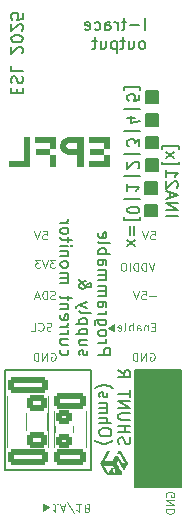
<source format=gbr>
%TF.GenerationSoftware,KiCad,Pcbnew,9.0.2*%
%TF.CreationDate,2025-10-14T11:54:41+02:00*%
%TF.ProjectId,nA_current_shunt_monitor_gum,6e415f63-7572-4726-956e-745f7368756e,rev?*%
%TF.SameCoordinates,Original*%
%TF.FileFunction,Legend,Bot*%
%TF.FilePolarity,Positive*%
%FSLAX46Y46*%
G04 Gerber Fmt 4.6, Leading zero omitted, Abs format (unit mm)*
G04 Created by KiCad (PCBNEW 9.0.2) date 2025-10-14 11:54:41*
%MOMM*%
%LPD*%
G01*
G04 APERTURE LIST*
G04 Aperture macros list*
%AMRoundRect*
0 Rectangle with rounded corners*
0 $1 Rounding radius*
0 $2 $3 $4 $5 $6 $7 $8 $9 X,Y pos of 4 corners*
0 Add a 4 corners polygon primitive as box body*
4,1,4,$2,$3,$4,$5,$6,$7,$8,$9,$2,$3,0*
0 Add four circle primitives for the rounded corners*
1,1,$1+$1,$2,$3*
1,1,$1+$1,$4,$5*
1,1,$1+$1,$6,$7*
1,1,$1+$1,$8,$9*
0 Add four rect primitives between the rounded corners*
20,1,$1+$1,$2,$3,$4,$5,0*
20,1,$1+$1,$4,$5,$6,$7,0*
20,1,$1+$1,$6,$7,$8,$9,0*
20,1,$1+$1,$8,$9,$2,$3,0*%
G04 Aperture macros list end*
%ADD10C,0.150000*%
%ADD11C,0.100000*%
%ADD12C,0.000000*%
%ADD13C,0.120000*%
%ADD14R,1.500000X5.080000*%
%ADD15R,1.700000X1.700000*%
%ADD16C,1.700000*%
%ADD17C,1.440000*%
%ADD18C,2.000000*%
%ADD19RoundRect,0.249999X1.425001X-0.450001X1.425001X0.450001X-1.425001X0.450001X-1.425001X-0.450001X0*%
%ADD20RoundRect,0.250000X0.450000X-0.350000X0.450000X0.350000X-0.450000X0.350000X-0.450000X-0.350000X0*%
%ADD21RoundRect,0.249999X1.075001X-0.450001X1.075001X0.450001X-1.075001X0.450001X-1.075001X-0.450001X0*%
%ADD22RoundRect,0.250000X0.625000X-0.400000X0.625000X0.400000X-0.625000X0.400000X-0.625000X-0.400000X0*%
G04 APERTURE END LIST*
D10*
X134025000Y-76175000D02*
X135025000Y-76175000D01*
X135025000Y-77175000D01*
X134025000Y-77175000D01*
X134025000Y-76175000D01*
G36*
X134025000Y-76175000D02*
G01*
X135025000Y-76175000D01*
X135025000Y-77175000D01*
X134025000Y-77175000D01*
X134025000Y-76175000D01*
G37*
X133125000Y-97800000D02*
X137025000Y-97800000D01*
X137025000Y-107725000D01*
X133125000Y-107725000D01*
X133125000Y-97800000D01*
G36*
X133125000Y-97800000D02*
G01*
X137025000Y-97800000D01*
X137025000Y-107725000D01*
X133125000Y-107725000D01*
X133125000Y-97800000D01*
G37*
X122140000Y-97802064D02*
X129390000Y-97802064D01*
X129390000Y-106327064D01*
X122140000Y-106327064D01*
X122140000Y-97802064D01*
X134025000Y-80000000D02*
X135025000Y-80000000D01*
X135025000Y-81000000D01*
X134025000Y-81000000D01*
X134025000Y-80000000D01*
G36*
X134025000Y-80000000D02*
G01*
X135025000Y-80000000D01*
X135025000Y-81000000D01*
X134025000Y-81000000D01*
X134025000Y-80000000D01*
G37*
X134025000Y-78075000D02*
X135025000Y-78075000D01*
X135025000Y-79075000D01*
X134025000Y-79075000D01*
X134025000Y-78075000D01*
G36*
X134025000Y-78075000D02*
G01*
X135025000Y-78075000D01*
X135025000Y-79075000D01*
X134025000Y-79075000D01*
X134025000Y-78075000D01*
G37*
X133950000Y-81900000D02*
X134950000Y-81900000D01*
X134950000Y-82900000D01*
X133950000Y-82900000D01*
X133950000Y-81900000D01*
G36*
X133950000Y-81900000D02*
G01*
X134950000Y-81900000D01*
X134950000Y-82900000D01*
X133950000Y-82900000D01*
X133950000Y-81900000D01*
G37*
X133950000Y-83825000D02*
X134950000Y-83825000D01*
X134950000Y-84825000D01*
X133950000Y-84825000D01*
X133950000Y-83825000D01*
G36*
X133950000Y-83825000D02*
G01*
X134950000Y-83825000D01*
X134950000Y-84825000D01*
X133950000Y-84825000D01*
X133950000Y-83825000D01*
G37*
X134025000Y-74250000D02*
X135025000Y-74250000D01*
X135025000Y-75250000D01*
X134025000Y-75250000D01*
X134025000Y-74250000D01*
G36*
X134025000Y-74250000D02*
G01*
X135025000Y-74250000D01*
X135025000Y-75250000D01*
X134025000Y-75250000D01*
X134025000Y-74250000D01*
G37*
D11*
X135770466Y-108547122D02*
X135737133Y-108480455D01*
X135737133Y-108480455D02*
X135737133Y-108380455D01*
X135737133Y-108380455D02*
X135770466Y-108280455D01*
X135770466Y-108280455D02*
X135837133Y-108213789D01*
X135837133Y-108213789D02*
X135903800Y-108180455D01*
X135903800Y-108180455D02*
X136037133Y-108147122D01*
X136037133Y-108147122D02*
X136137133Y-108147122D01*
X136137133Y-108147122D02*
X136270466Y-108180455D01*
X136270466Y-108180455D02*
X136337133Y-108213789D01*
X136337133Y-108213789D02*
X136403800Y-108280455D01*
X136403800Y-108280455D02*
X136437133Y-108380455D01*
X136437133Y-108380455D02*
X136437133Y-108447122D01*
X136437133Y-108447122D02*
X136403800Y-108547122D01*
X136403800Y-108547122D02*
X136370466Y-108580455D01*
X136370466Y-108580455D02*
X136137133Y-108580455D01*
X136137133Y-108580455D02*
X136137133Y-108447122D01*
X136437133Y-108880455D02*
X135737133Y-108880455D01*
X135737133Y-108880455D02*
X136437133Y-109280455D01*
X136437133Y-109280455D02*
X135737133Y-109280455D01*
X136437133Y-109613788D02*
X135737133Y-109613788D01*
X135737133Y-109613788D02*
X135737133Y-109780455D01*
X135737133Y-109780455D02*
X135770466Y-109880455D01*
X135770466Y-109880455D02*
X135837133Y-109947122D01*
X135837133Y-109947122D02*
X135903800Y-109980455D01*
X135903800Y-109980455D02*
X136037133Y-110013788D01*
X136037133Y-110013788D02*
X136137133Y-110013788D01*
X136137133Y-110013788D02*
X136270466Y-109980455D01*
X136270466Y-109980455D02*
X136337133Y-109947122D01*
X136337133Y-109947122D02*
X136403800Y-109880455D01*
X136403800Y-109880455D02*
X136437133Y-109780455D01*
X136437133Y-109780455D02*
X136437133Y-109613788D01*
D10*
X130025068Y-96538220D02*
X131025068Y-96538220D01*
X131025068Y-96538220D02*
X131025068Y-96157268D01*
X131025068Y-96157268D02*
X130977449Y-96062030D01*
X130977449Y-96062030D02*
X130929830Y-96014411D01*
X130929830Y-96014411D02*
X130834592Y-95966792D01*
X130834592Y-95966792D02*
X130691735Y-95966792D01*
X130691735Y-95966792D02*
X130596497Y-96014411D01*
X130596497Y-96014411D02*
X130548878Y-96062030D01*
X130548878Y-96062030D02*
X130501259Y-96157268D01*
X130501259Y-96157268D02*
X130501259Y-96538220D01*
X130025068Y-95538220D02*
X130691735Y-95538220D01*
X130501259Y-95538220D02*
X130596497Y-95490601D01*
X130596497Y-95490601D02*
X130644116Y-95442982D01*
X130644116Y-95442982D02*
X130691735Y-95347744D01*
X130691735Y-95347744D02*
X130691735Y-95252506D01*
X130025068Y-94776315D02*
X130072688Y-94871553D01*
X130072688Y-94871553D02*
X130120307Y-94919172D01*
X130120307Y-94919172D02*
X130215545Y-94966791D01*
X130215545Y-94966791D02*
X130501259Y-94966791D01*
X130501259Y-94966791D02*
X130596497Y-94919172D01*
X130596497Y-94919172D02*
X130644116Y-94871553D01*
X130644116Y-94871553D02*
X130691735Y-94776315D01*
X130691735Y-94776315D02*
X130691735Y-94633458D01*
X130691735Y-94633458D02*
X130644116Y-94538220D01*
X130644116Y-94538220D02*
X130596497Y-94490601D01*
X130596497Y-94490601D02*
X130501259Y-94442982D01*
X130501259Y-94442982D02*
X130215545Y-94442982D01*
X130215545Y-94442982D02*
X130120307Y-94490601D01*
X130120307Y-94490601D02*
X130072688Y-94538220D01*
X130072688Y-94538220D02*
X130025068Y-94633458D01*
X130025068Y-94633458D02*
X130025068Y-94776315D01*
X130691735Y-93585839D02*
X129882211Y-93585839D01*
X129882211Y-93585839D02*
X129786973Y-93633458D01*
X129786973Y-93633458D02*
X129739354Y-93681077D01*
X129739354Y-93681077D02*
X129691735Y-93776315D01*
X129691735Y-93776315D02*
X129691735Y-93919172D01*
X129691735Y-93919172D02*
X129739354Y-94014410D01*
X130072688Y-93585839D02*
X130025068Y-93681077D01*
X130025068Y-93681077D02*
X130025068Y-93871553D01*
X130025068Y-93871553D02*
X130072688Y-93966791D01*
X130072688Y-93966791D02*
X130120307Y-94014410D01*
X130120307Y-94014410D02*
X130215545Y-94062029D01*
X130215545Y-94062029D02*
X130501259Y-94062029D01*
X130501259Y-94062029D02*
X130596497Y-94014410D01*
X130596497Y-94014410D02*
X130644116Y-93966791D01*
X130644116Y-93966791D02*
X130691735Y-93871553D01*
X130691735Y-93871553D02*
X130691735Y-93681077D01*
X130691735Y-93681077D02*
X130644116Y-93585839D01*
X130025068Y-93109648D02*
X130691735Y-93109648D01*
X130501259Y-93109648D02*
X130596497Y-93062029D01*
X130596497Y-93062029D02*
X130644116Y-93014410D01*
X130644116Y-93014410D02*
X130691735Y-92919172D01*
X130691735Y-92919172D02*
X130691735Y-92823934D01*
X130025068Y-92062029D02*
X130548878Y-92062029D01*
X130548878Y-92062029D02*
X130644116Y-92109648D01*
X130644116Y-92109648D02*
X130691735Y-92204886D01*
X130691735Y-92204886D02*
X130691735Y-92395362D01*
X130691735Y-92395362D02*
X130644116Y-92490600D01*
X130072688Y-92062029D02*
X130025068Y-92157267D01*
X130025068Y-92157267D02*
X130025068Y-92395362D01*
X130025068Y-92395362D02*
X130072688Y-92490600D01*
X130072688Y-92490600D02*
X130167926Y-92538219D01*
X130167926Y-92538219D02*
X130263164Y-92538219D01*
X130263164Y-92538219D02*
X130358402Y-92490600D01*
X130358402Y-92490600D02*
X130406021Y-92395362D01*
X130406021Y-92395362D02*
X130406021Y-92157267D01*
X130406021Y-92157267D02*
X130453640Y-92062029D01*
X130025068Y-91585838D02*
X130691735Y-91585838D01*
X130596497Y-91585838D02*
X130644116Y-91538219D01*
X130644116Y-91538219D02*
X130691735Y-91442981D01*
X130691735Y-91442981D02*
X130691735Y-91300124D01*
X130691735Y-91300124D02*
X130644116Y-91204886D01*
X130644116Y-91204886D02*
X130548878Y-91157267D01*
X130548878Y-91157267D02*
X130025068Y-91157267D01*
X130548878Y-91157267D02*
X130644116Y-91109648D01*
X130644116Y-91109648D02*
X130691735Y-91014410D01*
X130691735Y-91014410D02*
X130691735Y-90871553D01*
X130691735Y-90871553D02*
X130644116Y-90776314D01*
X130644116Y-90776314D02*
X130548878Y-90728695D01*
X130548878Y-90728695D02*
X130025068Y-90728695D01*
X130025068Y-90252505D02*
X130691735Y-90252505D01*
X130596497Y-90252505D02*
X130644116Y-90204886D01*
X130644116Y-90204886D02*
X130691735Y-90109648D01*
X130691735Y-90109648D02*
X130691735Y-89966791D01*
X130691735Y-89966791D02*
X130644116Y-89871553D01*
X130644116Y-89871553D02*
X130548878Y-89823934D01*
X130548878Y-89823934D02*
X130025068Y-89823934D01*
X130548878Y-89823934D02*
X130644116Y-89776315D01*
X130644116Y-89776315D02*
X130691735Y-89681077D01*
X130691735Y-89681077D02*
X130691735Y-89538220D01*
X130691735Y-89538220D02*
X130644116Y-89442981D01*
X130644116Y-89442981D02*
X130548878Y-89395362D01*
X130548878Y-89395362D02*
X130025068Y-89395362D01*
X130025068Y-88490601D02*
X130548878Y-88490601D01*
X130548878Y-88490601D02*
X130644116Y-88538220D01*
X130644116Y-88538220D02*
X130691735Y-88633458D01*
X130691735Y-88633458D02*
X130691735Y-88823934D01*
X130691735Y-88823934D02*
X130644116Y-88919172D01*
X130072688Y-88490601D02*
X130025068Y-88585839D01*
X130025068Y-88585839D02*
X130025068Y-88823934D01*
X130025068Y-88823934D02*
X130072688Y-88919172D01*
X130072688Y-88919172D02*
X130167926Y-88966791D01*
X130167926Y-88966791D02*
X130263164Y-88966791D01*
X130263164Y-88966791D02*
X130358402Y-88919172D01*
X130358402Y-88919172D02*
X130406021Y-88823934D01*
X130406021Y-88823934D02*
X130406021Y-88585839D01*
X130406021Y-88585839D02*
X130453640Y-88490601D01*
X130025068Y-88014410D02*
X131025068Y-88014410D01*
X130644116Y-88014410D02*
X130691735Y-87919172D01*
X130691735Y-87919172D02*
X130691735Y-87728696D01*
X130691735Y-87728696D02*
X130644116Y-87633458D01*
X130644116Y-87633458D02*
X130596497Y-87585839D01*
X130596497Y-87585839D02*
X130501259Y-87538220D01*
X130501259Y-87538220D02*
X130215545Y-87538220D01*
X130215545Y-87538220D02*
X130120307Y-87585839D01*
X130120307Y-87585839D02*
X130072688Y-87633458D01*
X130072688Y-87633458D02*
X130025068Y-87728696D01*
X130025068Y-87728696D02*
X130025068Y-87919172D01*
X130025068Y-87919172D02*
X130072688Y-88014410D01*
X130025068Y-86966791D02*
X130072688Y-87062029D01*
X130072688Y-87062029D02*
X130167926Y-87109648D01*
X130167926Y-87109648D02*
X131025068Y-87109648D01*
X130072688Y-86204886D02*
X130025068Y-86300124D01*
X130025068Y-86300124D02*
X130025068Y-86490600D01*
X130025068Y-86490600D02*
X130072688Y-86585838D01*
X130072688Y-86585838D02*
X130167926Y-86633457D01*
X130167926Y-86633457D02*
X130548878Y-86633457D01*
X130548878Y-86633457D02*
X130644116Y-86585838D01*
X130644116Y-86585838D02*
X130691735Y-86490600D01*
X130691735Y-86490600D02*
X130691735Y-86300124D01*
X130691735Y-86300124D02*
X130644116Y-86204886D01*
X130644116Y-86204886D02*
X130548878Y-86157267D01*
X130548878Y-86157267D02*
X130453640Y-86157267D01*
X130453640Y-86157267D02*
X130358402Y-86633457D01*
X128462744Y-96585839D02*
X128415124Y-96490601D01*
X128415124Y-96490601D02*
X128415124Y-96300125D01*
X128415124Y-96300125D02*
X128462744Y-96204887D01*
X128462744Y-96204887D02*
X128557982Y-96157268D01*
X128557982Y-96157268D02*
X128605601Y-96157268D01*
X128605601Y-96157268D02*
X128700839Y-96204887D01*
X128700839Y-96204887D02*
X128748458Y-96300125D01*
X128748458Y-96300125D02*
X128748458Y-96442982D01*
X128748458Y-96442982D02*
X128796077Y-96538220D01*
X128796077Y-96538220D02*
X128891315Y-96585839D01*
X128891315Y-96585839D02*
X128938934Y-96585839D01*
X128938934Y-96585839D02*
X129034172Y-96538220D01*
X129034172Y-96538220D02*
X129081791Y-96442982D01*
X129081791Y-96442982D02*
X129081791Y-96300125D01*
X129081791Y-96300125D02*
X129034172Y-96204887D01*
X129081791Y-95300125D02*
X128415124Y-95300125D01*
X129081791Y-95728696D02*
X128557982Y-95728696D01*
X128557982Y-95728696D02*
X128462744Y-95681077D01*
X128462744Y-95681077D02*
X128415124Y-95585839D01*
X128415124Y-95585839D02*
X128415124Y-95442982D01*
X128415124Y-95442982D02*
X128462744Y-95347744D01*
X128462744Y-95347744D02*
X128510363Y-95300125D01*
X129081791Y-94823934D02*
X128081791Y-94823934D01*
X129034172Y-94823934D02*
X129081791Y-94728696D01*
X129081791Y-94728696D02*
X129081791Y-94538220D01*
X129081791Y-94538220D02*
X129034172Y-94442982D01*
X129034172Y-94442982D02*
X128986553Y-94395363D01*
X128986553Y-94395363D02*
X128891315Y-94347744D01*
X128891315Y-94347744D02*
X128605601Y-94347744D01*
X128605601Y-94347744D02*
X128510363Y-94395363D01*
X128510363Y-94395363D02*
X128462744Y-94442982D01*
X128462744Y-94442982D02*
X128415124Y-94538220D01*
X128415124Y-94538220D02*
X128415124Y-94728696D01*
X128415124Y-94728696D02*
X128462744Y-94823934D01*
X129081791Y-93919172D02*
X128081791Y-93919172D01*
X129034172Y-93919172D02*
X129081791Y-93823934D01*
X129081791Y-93823934D02*
X129081791Y-93633458D01*
X129081791Y-93633458D02*
X129034172Y-93538220D01*
X129034172Y-93538220D02*
X128986553Y-93490601D01*
X128986553Y-93490601D02*
X128891315Y-93442982D01*
X128891315Y-93442982D02*
X128605601Y-93442982D01*
X128605601Y-93442982D02*
X128510363Y-93490601D01*
X128510363Y-93490601D02*
X128462744Y-93538220D01*
X128462744Y-93538220D02*
X128415124Y-93633458D01*
X128415124Y-93633458D02*
X128415124Y-93823934D01*
X128415124Y-93823934D02*
X128462744Y-93919172D01*
X128415124Y-92871553D02*
X128462744Y-92966791D01*
X128462744Y-92966791D02*
X128557982Y-93014410D01*
X128557982Y-93014410D02*
X129415124Y-93014410D01*
X129081791Y-92585838D02*
X128415124Y-92347743D01*
X129081791Y-92109648D02*
X128415124Y-92347743D01*
X128415124Y-92347743D02*
X128177029Y-92442981D01*
X128177029Y-92442981D02*
X128129410Y-92490600D01*
X128129410Y-92490600D02*
X128081791Y-92585838D01*
X128415124Y-90157266D02*
X128415124Y-90204886D01*
X128415124Y-90204886D02*
X128462744Y-90300124D01*
X128462744Y-90300124D02*
X128605601Y-90442981D01*
X128605601Y-90442981D02*
X128891315Y-90681076D01*
X128891315Y-90681076D02*
X129034172Y-90776314D01*
X129034172Y-90776314D02*
X129177029Y-90823933D01*
X129177029Y-90823933D02*
X129272267Y-90823933D01*
X129272267Y-90823933D02*
X129367505Y-90776314D01*
X129367505Y-90776314D02*
X129415124Y-90681076D01*
X129415124Y-90681076D02*
X129415124Y-90633457D01*
X129415124Y-90633457D02*
X129367505Y-90538219D01*
X129367505Y-90538219D02*
X129272267Y-90490600D01*
X129272267Y-90490600D02*
X129224648Y-90490600D01*
X129224648Y-90490600D02*
X129129410Y-90538219D01*
X129129410Y-90538219D02*
X129081791Y-90585838D01*
X129081791Y-90585838D02*
X128891315Y-90871552D01*
X128891315Y-90871552D02*
X128843696Y-90919171D01*
X128843696Y-90919171D02*
X128748458Y-90966790D01*
X128748458Y-90966790D02*
X128605601Y-90966790D01*
X128605601Y-90966790D02*
X128510363Y-90919171D01*
X128510363Y-90919171D02*
X128462744Y-90871552D01*
X128462744Y-90871552D02*
X128415124Y-90776314D01*
X128415124Y-90776314D02*
X128415124Y-90633457D01*
X128415124Y-90633457D02*
X128462744Y-90538219D01*
X128462744Y-90538219D02*
X128510363Y-90490600D01*
X128510363Y-90490600D02*
X128700839Y-90347743D01*
X128700839Y-90347743D02*
X128843696Y-90300124D01*
X128843696Y-90300124D02*
X128938934Y-90300124D01*
X126852800Y-96109649D02*
X126805180Y-96204887D01*
X126805180Y-96204887D02*
X126805180Y-96395363D01*
X126805180Y-96395363D02*
X126852800Y-96490601D01*
X126852800Y-96490601D02*
X126900419Y-96538220D01*
X126900419Y-96538220D02*
X126995657Y-96585839D01*
X126995657Y-96585839D02*
X127281371Y-96585839D01*
X127281371Y-96585839D02*
X127376609Y-96538220D01*
X127376609Y-96538220D02*
X127424228Y-96490601D01*
X127424228Y-96490601D02*
X127471847Y-96395363D01*
X127471847Y-96395363D02*
X127471847Y-96204887D01*
X127471847Y-96204887D02*
X127424228Y-96109649D01*
X127471847Y-95252506D02*
X126805180Y-95252506D01*
X127471847Y-95681077D02*
X126948038Y-95681077D01*
X126948038Y-95681077D02*
X126852800Y-95633458D01*
X126852800Y-95633458D02*
X126805180Y-95538220D01*
X126805180Y-95538220D02*
X126805180Y-95395363D01*
X126805180Y-95395363D02*
X126852800Y-95300125D01*
X126852800Y-95300125D02*
X126900419Y-95252506D01*
X126805180Y-94776315D02*
X127471847Y-94776315D01*
X127281371Y-94776315D02*
X127376609Y-94728696D01*
X127376609Y-94728696D02*
X127424228Y-94681077D01*
X127424228Y-94681077D02*
X127471847Y-94585839D01*
X127471847Y-94585839D02*
X127471847Y-94490601D01*
X126805180Y-94157267D02*
X127471847Y-94157267D01*
X127281371Y-94157267D02*
X127376609Y-94109648D01*
X127376609Y-94109648D02*
X127424228Y-94062029D01*
X127424228Y-94062029D02*
X127471847Y-93966791D01*
X127471847Y-93966791D02*
X127471847Y-93871553D01*
X126852800Y-93157267D02*
X126805180Y-93252505D01*
X126805180Y-93252505D02*
X126805180Y-93442981D01*
X126805180Y-93442981D02*
X126852800Y-93538219D01*
X126852800Y-93538219D02*
X126948038Y-93585838D01*
X126948038Y-93585838D02*
X127328990Y-93585838D01*
X127328990Y-93585838D02*
X127424228Y-93538219D01*
X127424228Y-93538219D02*
X127471847Y-93442981D01*
X127471847Y-93442981D02*
X127471847Y-93252505D01*
X127471847Y-93252505D02*
X127424228Y-93157267D01*
X127424228Y-93157267D02*
X127328990Y-93109648D01*
X127328990Y-93109648D02*
X127233752Y-93109648D01*
X127233752Y-93109648D02*
X127138514Y-93585838D01*
X127471847Y-92681076D02*
X126805180Y-92681076D01*
X127376609Y-92681076D02*
X127424228Y-92633457D01*
X127424228Y-92633457D02*
X127471847Y-92538219D01*
X127471847Y-92538219D02*
X127471847Y-92395362D01*
X127471847Y-92395362D02*
X127424228Y-92300124D01*
X127424228Y-92300124D02*
X127328990Y-92252505D01*
X127328990Y-92252505D02*
X126805180Y-92252505D01*
X127471847Y-91919171D02*
X127471847Y-91538219D01*
X127805180Y-91776314D02*
X126948038Y-91776314D01*
X126948038Y-91776314D02*
X126852800Y-91728695D01*
X126852800Y-91728695D02*
X126805180Y-91633457D01*
X126805180Y-91633457D02*
X126805180Y-91538219D01*
X126805180Y-90442980D02*
X127471847Y-90442980D01*
X127376609Y-90442980D02*
X127424228Y-90395361D01*
X127424228Y-90395361D02*
X127471847Y-90300123D01*
X127471847Y-90300123D02*
X127471847Y-90157266D01*
X127471847Y-90157266D02*
X127424228Y-90062028D01*
X127424228Y-90062028D02*
X127328990Y-90014409D01*
X127328990Y-90014409D02*
X126805180Y-90014409D01*
X127328990Y-90014409D02*
X127424228Y-89966790D01*
X127424228Y-89966790D02*
X127471847Y-89871552D01*
X127471847Y-89871552D02*
X127471847Y-89728695D01*
X127471847Y-89728695D02*
X127424228Y-89633456D01*
X127424228Y-89633456D02*
X127328990Y-89585837D01*
X127328990Y-89585837D02*
X126805180Y-89585837D01*
X126805180Y-88966790D02*
X126852800Y-89062028D01*
X126852800Y-89062028D02*
X126900419Y-89109647D01*
X126900419Y-89109647D02*
X126995657Y-89157266D01*
X126995657Y-89157266D02*
X127281371Y-89157266D01*
X127281371Y-89157266D02*
X127376609Y-89109647D01*
X127376609Y-89109647D02*
X127424228Y-89062028D01*
X127424228Y-89062028D02*
X127471847Y-88966790D01*
X127471847Y-88966790D02*
X127471847Y-88823933D01*
X127471847Y-88823933D02*
X127424228Y-88728695D01*
X127424228Y-88728695D02*
X127376609Y-88681076D01*
X127376609Y-88681076D02*
X127281371Y-88633457D01*
X127281371Y-88633457D02*
X126995657Y-88633457D01*
X126995657Y-88633457D02*
X126900419Y-88681076D01*
X126900419Y-88681076D02*
X126852800Y-88728695D01*
X126852800Y-88728695D02*
X126805180Y-88823933D01*
X126805180Y-88823933D02*
X126805180Y-88966790D01*
X127471847Y-88204885D02*
X126805180Y-88204885D01*
X127376609Y-88204885D02*
X127424228Y-88157266D01*
X127424228Y-88157266D02*
X127471847Y-88062028D01*
X127471847Y-88062028D02*
X127471847Y-87919171D01*
X127471847Y-87919171D02*
X127424228Y-87823933D01*
X127424228Y-87823933D02*
X127328990Y-87776314D01*
X127328990Y-87776314D02*
X126805180Y-87776314D01*
X126805180Y-87300123D02*
X127471847Y-87300123D01*
X127805180Y-87300123D02*
X127757561Y-87347742D01*
X127757561Y-87347742D02*
X127709942Y-87300123D01*
X127709942Y-87300123D02*
X127757561Y-87252504D01*
X127757561Y-87252504D02*
X127805180Y-87300123D01*
X127805180Y-87300123D02*
X127709942Y-87300123D01*
X127471847Y-86966790D02*
X127471847Y-86585838D01*
X127805180Y-86823933D02*
X126948038Y-86823933D01*
X126948038Y-86823933D02*
X126852800Y-86776314D01*
X126852800Y-86776314D02*
X126805180Y-86681076D01*
X126805180Y-86681076D02*
X126805180Y-86585838D01*
X126805180Y-86109647D02*
X126852800Y-86204885D01*
X126852800Y-86204885D02*
X126900419Y-86252504D01*
X126900419Y-86252504D02*
X126995657Y-86300123D01*
X126995657Y-86300123D02*
X127281371Y-86300123D01*
X127281371Y-86300123D02*
X127376609Y-86252504D01*
X127376609Y-86252504D02*
X127424228Y-86204885D01*
X127424228Y-86204885D02*
X127471847Y-86109647D01*
X127471847Y-86109647D02*
X127471847Y-85966790D01*
X127471847Y-85966790D02*
X127424228Y-85871552D01*
X127424228Y-85871552D02*
X127376609Y-85823933D01*
X127376609Y-85823933D02*
X127281371Y-85776314D01*
X127281371Y-85776314D02*
X126995657Y-85776314D01*
X126995657Y-85776314D02*
X126900419Y-85823933D01*
X126900419Y-85823933D02*
X126852800Y-85871552D01*
X126852800Y-85871552D02*
X126805180Y-85966790D01*
X126805180Y-85966790D02*
X126805180Y-86109647D01*
X126805180Y-85347742D02*
X127471847Y-85347742D01*
X127281371Y-85347742D02*
X127376609Y-85300123D01*
X127376609Y-85300123D02*
X127424228Y-85252504D01*
X127424228Y-85252504D02*
X127471847Y-85157266D01*
X127471847Y-85157266D02*
X127471847Y-85062028D01*
X132480180Y-87333458D02*
X133146847Y-86809649D01*
X133146847Y-87333458D02*
X132480180Y-86809649D01*
X133003990Y-86428696D02*
X133003990Y-85666792D01*
X132718276Y-85666792D02*
X132718276Y-86428696D01*
X132146847Y-84904887D02*
X132146847Y-85142982D01*
X132146847Y-85142982D02*
X133575419Y-85142982D01*
X133575419Y-85142982D02*
X133575419Y-84904887D01*
X133480180Y-84333458D02*
X133480180Y-84238220D01*
X133480180Y-84238220D02*
X133432561Y-84142982D01*
X133432561Y-84142982D02*
X133384942Y-84095363D01*
X133384942Y-84095363D02*
X133289704Y-84047744D01*
X133289704Y-84047744D02*
X133099228Y-84000125D01*
X133099228Y-84000125D02*
X132861133Y-84000125D01*
X132861133Y-84000125D02*
X132670657Y-84047744D01*
X132670657Y-84047744D02*
X132575419Y-84095363D01*
X132575419Y-84095363D02*
X132527800Y-84142982D01*
X132527800Y-84142982D02*
X132480180Y-84238220D01*
X132480180Y-84238220D02*
X132480180Y-84333458D01*
X132480180Y-84333458D02*
X132527800Y-84428696D01*
X132527800Y-84428696D02*
X132575419Y-84476315D01*
X132575419Y-84476315D02*
X132670657Y-84523934D01*
X132670657Y-84523934D02*
X132861133Y-84571553D01*
X132861133Y-84571553D02*
X133099228Y-84571553D01*
X133099228Y-84571553D02*
X133289704Y-84523934D01*
X133289704Y-84523934D02*
X133384942Y-84476315D01*
X133384942Y-84476315D02*
X133432561Y-84428696D01*
X133432561Y-84428696D02*
X133480180Y-84333458D01*
X132146847Y-83333458D02*
X133575419Y-83333458D01*
X132480180Y-82095363D02*
X132480180Y-82666791D01*
X132480180Y-82381077D02*
X133480180Y-82381077D01*
X133480180Y-82381077D02*
X133337323Y-82476315D01*
X133337323Y-82476315D02*
X133242085Y-82571553D01*
X133242085Y-82571553D02*
X133194466Y-82666791D01*
X132146847Y-81428696D02*
X133575419Y-81428696D01*
X133384942Y-80762029D02*
X133432561Y-80714410D01*
X133432561Y-80714410D02*
X133480180Y-80619172D01*
X133480180Y-80619172D02*
X133480180Y-80381077D01*
X133480180Y-80381077D02*
X133432561Y-80285839D01*
X133432561Y-80285839D02*
X133384942Y-80238220D01*
X133384942Y-80238220D02*
X133289704Y-80190601D01*
X133289704Y-80190601D02*
X133194466Y-80190601D01*
X133194466Y-80190601D02*
X133051609Y-80238220D01*
X133051609Y-80238220D02*
X132480180Y-80809648D01*
X132480180Y-80809648D02*
X132480180Y-80190601D01*
X132146847Y-79523934D02*
X133575419Y-79523934D01*
X133480180Y-78904886D02*
X133480180Y-78285839D01*
X133480180Y-78285839D02*
X133099228Y-78619172D01*
X133099228Y-78619172D02*
X133099228Y-78476315D01*
X133099228Y-78476315D02*
X133051609Y-78381077D01*
X133051609Y-78381077D02*
X133003990Y-78333458D01*
X133003990Y-78333458D02*
X132908752Y-78285839D01*
X132908752Y-78285839D02*
X132670657Y-78285839D01*
X132670657Y-78285839D02*
X132575419Y-78333458D01*
X132575419Y-78333458D02*
X132527800Y-78381077D01*
X132527800Y-78381077D02*
X132480180Y-78476315D01*
X132480180Y-78476315D02*
X132480180Y-78762029D01*
X132480180Y-78762029D02*
X132527800Y-78857267D01*
X132527800Y-78857267D02*
X132575419Y-78904886D01*
X132146847Y-77619172D02*
X133575419Y-77619172D01*
X133146847Y-76476315D02*
X132480180Y-76476315D01*
X133527800Y-76714410D02*
X132813514Y-76952505D01*
X132813514Y-76952505D02*
X132813514Y-76333458D01*
X132146847Y-75714410D02*
X133575419Y-75714410D01*
X133480180Y-74523934D02*
X133480180Y-75000124D01*
X133480180Y-75000124D02*
X133003990Y-75047743D01*
X133003990Y-75047743D02*
X133051609Y-75000124D01*
X133051609Y-75000124D02*
X133099228Y-74904886D01*
X133099228Y-74904886D02*
X133099228Y-74666791D01*
X133099228Y-74666791D02*
X133051609Y-74571553D01*
X133051609Y-74571553D02*
X133003990Y-74523934D01*
X133003990Y-74523934D02*
X132908752Y-74476315D01*
X132908752Y-74476315D02*
X132670657Y-74476315D01*
X132670657Y-74476315D02*
X132575419Y-74523934D01*
X132575419Y-74523934D02*
X132527800Y-74571553D01*
X132527800Y-74571553D02*
X132480180Y-74666791D01*
X132480180Y-74666791D02*
X132480180Y-74904886D01*
X132480180Y-74904886D02*
X132527800Y-75000124D01*
X132527800Y-75000124D02*
X132575419Y-75047743D01*
X132146847Y-74142981D02*
X132146847Y-73904886D01*
X132146847Y-73904886D02*
X133575419Y-73904886D01*
X133575419Y-73904886D02*
X133575419Y-74142981D01*
X123153990Y-74413220D02*
X123153990Y-74079887D01*
X122630180Y-73937030D02*
X122630180Y-74413220D01*
X122630180Y-74413220D02*
X123630180Y-74413220D01*
X123630180Y-74413220D02*
X123630180Y-73937030D01*
X122677800Y-73556077D02*
X122630180Y-73413220D01*
X122630180Y-73413220D02*
X122630180Y-73175125D01*
X122630180Y-73175125D02*
X122677800Y-73079887D01*
X122677800Y-73079887D02*
X122725419Y-73032268D01*
X122725419Y-73032268D02*
X122820657Y-72984649D01*
X122820657Y-72984649D02*
X122915895Y-72984649D01*
X122915895Y-72984649D02*
X123011133Y-73032268D01*
X123011133Y-73032268D02*
X123058752Y-73079887D01*
X123058752Y-73079887D02*
X123106371Y-73175125D01*
X123106371Y-73175125D02*
X123153990Y-73365601D01*
X123153990Y-73365601D02*
X123201609Y-73460839D01*
X123201609Y-73460839D02*
X123249228Y-73508458D01*
X123249228Y-73508458D02*
X123344466Y-73556077D01*
X123344466Y-73556077D02*
X123439704Y-73556077D01*
X123439704Y-73556077D02*
X123534942Y-73508458D01*
X123534942Y-73508458D02*
X123582561Y-73460839D01*
X123582561Y-73460839D02*
X123630180Y-73365601D01*
X123630180Y-73365601D02*
X123630180Y-73127506D01*
X123630180Y-73127506D02*
X123582561Y-72984649D01*
X122630180Y-72079887D02*
X122630180Y-72556077D01*
X122630180Y-72556077D02*
X123630180Y-72556077D01*
X123534942Y-71032267D02*
X123582561Y-70984648D01*
X123582561Y-70984648D02*
X123630180Y-70889410D01*
X123630180Y-70889410D02*
X123630180Y-70651315D01*
X123630180Y-70651315D02*
X123582561Y-70556077D01*
X123582561Y-70556077D02*
X123534942Y-70508458D01*
X123534942Y-70508458D02*
X123439704Y-70460839D01*
X123439704Y-70460839D02*
X123344466Y-70460839D01*
X123344466Y-70460839D02*
X123201609Y-70508458D01*
X123201609Y-70508458D02*
X122630180Y-71079886D01*
X122630180Y-71079886D02*
X122630180Y-70460839D01*
X123630180Y-69841791D02*
X123630180Y-69746553D01*
X123630180Y-69746553D02*
X123582561Y-69651315D01*
X123582561Y-69651315D02*
X123534942Y-69603696D01*
X123534942Y-69603696D02*
X123439704Y-69556077D01*
X123439704Y-69556077D02*
X123249228Y-69508458D01*
X123249228Y-69508458D02*
X123011133Y-69508458D01*
X123011133Y-69508458D02*
X122820657Y-69556077D01*
X122820657Y-69556077D02*
X122725419Y-69603696D01*
X122725419Y-69603696D02*
X122677800Y-69651315D01*
X122677800Y-69651315D02*
X122630180Y-69746553D01*
X122630180Y-69746553D02*
X122630180Y-69841791D01*
X122630180Y-69841791D02*
X122677800Y-69937029D01*
X122677800Y-69937029D02*
X122725419Y-69984648D01*
X122725419Y-69984648D02*
X122820657Y-70032267D01*
X122820657Y-70032267D02*
X123011133Y-70079886D01*
X123011133Y-70079886D02*
X123249228Y-70079886D01*
X123249228Y-70079886D02*
X123439704Y-70032267D01*
X123439704Y-70032267D02*
X123534942Y-69984648D01*
X123534942Y-69984648D02*
X123582561Y-69937029D01*
X123582561Y-69937029D02*
X123630180Y-69841791D01*
X123534942Y-69127505D02*
X123582561Y-69079886D01*
X123582561Y-69079886D02*
X123630180Y-68984648D01*
X123630180Y-68984648D02*
X123630180Y-68746553D01*
X123630180Y-68746553D02*
X123582561Y-68651315D01*
X123582561Y-68651315D02*
X123534942Y-68603696D01*
X123534942Y-68603696D02*
X123439704Y-68556077D01*
X123439704Y-68556077D02*
X123344466Y-68556077D01*
X123344466Y-68556077D02*
X123201609Y-68603696D01*
X123201609Y-68603696D02*
X122630180Y-69175124D01*
X122630180Y-69175124D02*
X122630180Y-68556077D01*
X123630180Y-67651315D02*
X123630180Y-68127505D01*
X123630180Y-68127505D02*
X123153990Y-68175124D01*
X123153990Y-68175124D02*
X123201609Y-68127505D01*
X123201609Y-68127505D02*
X123249228Y-68032267D01*
X123249228Y-68032267D02*
X123249228Y-67794172D01*
X123249228Y-67794172D02*
X123201609Y-67698934D01*
X123201609Y-67698934D02*
X123153990Y-67651315D01*
X123153990Y-67651315D02*
X123058752Y-67603696D01*
X123058752Y-67603696D02*
X122820657Y-67603696D01*
X122820657Y-67603696D02*
X122725419Y-67651315D01*
X122725419Y-67651315D02*
X122677800Y-67698934D01*
X122677800Y-67698934D02*
X122630180Y-67794172D01*
X122630180Y-67794172D02*
X122630180Y-68032267D01*
X122630180Y-68032267D02*
X122677800Y-68127505D01*
X122677800Y-68127505D02*
X122725419Y-68175124D01*
X133938220Y-69034875D02*
X133938220Y-68034875D01*
X133462030Y-68653922D02*
X132700126Y-68653922D01*
X132366792Y-68368208D02*
X131985840Y-68368208D01*
X132223935Y-68034875D02*
X132223935Y-68892017D01*
X132223935Y-68892017D02*
X132176316Y-68987256D01*
X132176316Y-68987256D02*
X132081078Y-69034875D01*
X132081078Y-69034875D02*
X131985840Y-69034875D01*
X131652506Y-69034875D02*
X131652506Y-68368208D01*
X131652506Y-68558684D02*
X131604887Y-68463446D01*
X131604887Y-68463446D02*
X131557268Y-68415827D01*
X131557268Y-68415827D02*
X131462030Y-68368208D01*
X131462030Y-68368208D02*
X131366792Y-68368208D01*
X130604887Y-69034875D02*
X130604887Y-68511065D01*
X130604887Y-68511065D02*
X130652506Y-68415827D01*
X130652506Y-68415827D02*
X130747744Y-68368208D01*
X130747744Y-68368208D02*
X130938220Y-68368208D01*
X130938220Y-68368208D02*
X131033458Y-68415827D01*
X130604887Y-68987256D02*
X130700125Y-69034875D01*
X130700125Y-69034875D02*
X130938220Y-69034875D01*
X130938220Y-69034875D02*
X131033458Y-68987256D01*
X131033458Y-68987256D02*
X131081077Y-68892017D01*
X131081077Y-68892017D02*
X131081077Y-68796779D01*
X131081077Y-68796779D02*
X131033458Y-68701541D01*
X131033458Y-68701541D02*
X130938220Y-68653922D01*
X130938220Y-68653922D02*
X130700125Y-68653922D01*
X130700125Y-68653922D02*
X130604887Y-68606303D01*
X129700125Y-68987256D02*
X129795363Y-69034875D01*
X129795363Y-69034875D02*
X129985839Y-69034875D01*
X129985839Y-69034875D02*
X130081077Y-68987256D01*
X130081077Y-68987256D02*
X130128696Y-68939636D01*
X130128696Y-68939636D02*
X130176315Y-68844398D01*
X130176315Y-68844398D02*
X130176315Y-68558684D01*
X130176315Y-68558684D02*
X130128696Y-68463446D01*
X130128696Y-68463446D02*
X130081077Y-68415827D01*
X130081077Y-68415827D02*
X129985839Y-68368208D01*
X129985839Y-68368208D02*
X129795363Y-68368208D01*
X129795363Y-68368208D02*
X129700125Y-68415827D01*
X128890601Y-68987256D02*
X128985839Y-69034875D01*
X128985839Y-69034875D02*
X129176315Y-69034875D01*
X129176315Y-69034875D02*
X129271553Y-68987256D01*
X129271553Y-68987256D02*
X129319172Y-68892017D01*
X129319172Y-68892017D02*
X129319172Y-68511065D01*
X129319172Y-68511065D02*
X129271553Y-68415827D01*
X129271553Y-68415827D02*
X129176315Y-68368208D01*
X129176315Y-68368208D02*
X128985839Y-68368208D01*
X128985839Y-68368208D02*
X128890601Y-68415827D01*
X128890601Y-68415827D02*
X128842982Y-68511065D01*
X128842982Y-68511065D02*
X128842982Y-68606303D01*
X128842982Y-68606303D02*
X129319172Y-68701541D01*
X133795363Y-70644819D02*
X133890601Y-70597200D01*
X133890601Y-70597200D02*
X133938220Y-70549580D01*
X133938220Y-70549580D02*
X133985839Y-70454342D01*
X133985839Y-70454342D02*
X133985839Y-70168628D01*
X133985839Y-70168628D02*
X133938220Y-70073390D01*
X133938220Y-70073390D02*
X133890601Y-70025771D01*
X133890601Y-70025771D02*
X133795363Y-69978152D01*
X133795363Y-69978152D02*
X133652506Y-69978152D01*
X133652506Y-69978152D02*
X133557268Y-70025771D01*
X133557268Y-70025771D02*
X133509649Y-70073390D01*
X133509649Y-70073390D02*
X133462030Y-70168628D01*
X133462030Y-70168628D02*
X133462030Y-70454342D01*
X133462030Y-70454342D02*
X133509649Y-70549580D01*
X133509649Y-70549580D02*
X133557268Y-70597200D01*
X133557268Y-70597200D02*
X133652506Y-70644819D01*
X133652506Y-70644819D02*
X133795363Y-70644819D01*
X132604887Y-69978152D02*
X132604887Y-70644819D01*
X133033458Y-69978152D02*
X133033458Y-70501961D01*
X133033458Y-70501961D02*
X132985839Y-70597200D01*
X132985839Y-70597200D02*
X132890601Y-70644819D01*
X132890601Y-70644819D02*
X132747744Y-70644819D01*
X132747744Y-70644819D02*
X132652506Y-70597200D01*
X132652506Y-70597200D02*
X132604887Y-70549580D01*
X132271553Y-69978152D02*
X131890601Y-69978152D01*
X132128696Y-69644819D02*
X132128696Y-70501961D01*
X132128696Y-70501961D02*
X132081077Y-70597200D01*
X132081077Y-70597200D02*
X131985839Y-70644819D01*
X131985839Y-70644819D02*
X131890601Y-70644819D01*
X131557267Y-69978152D02*
X131557267Y-70978152D01*
X131557267Y-70025771D02*
X131462029Y-69978152D01*
X131462029Y-69978152D02*
X131271553Y-69978152D01*
X131271553Y-69978152D02*
X131176315Y-70025771D01*
X131176315Y-70025771D02*
X131128696Y-70073390D01*
X131128696Y-70073390D02*
X131081077Y-70168628D01*
X131081077Y-70168628D02*
X131081077Y-70454342D01*
X131081077Y-70454342D02*
X131128696Y-70549580D01*
X131128696Y-70549580D02*
X131176315Y-70597200D01*
X131176315Y-70597200D02*
X131271553Y-70644819D01*
X131271553Y-70644819D02*
X131462029Y-70644819D01*
X131462029Y-70644819D02*
X131557267Y-70597200D01*
X130223934Y-69978152D02*
X130223934Y-70644819D01*
X130652505Y-69978152D02*
X130652505Y-70501961D01*
X130652505Y-70501961D02*
X130604886Y-70597200D01*
X130604886Y-70597200D02*
X130509648Y-70644819D01*
X130509648Y-70644819D02*
X130366791Y-70644819D01*
X130366791Y-70644819D02*
X130271553Y-70597200D01*
X130271553Y-70597200D02*
X130223934Y-70549580D01*
X129890600Y-69978152D02*
X129509648Y-69978152D01*
X129747743Y-69644819D02*
X129747743Y-70501961D01*
X129747743Y-70501961D02*
X129700124Y-70597200D01*
X129700124Y-70597200D02*
X129604886Y-70644819D01*
X129604886Y-70644819D02*
X129509648Y-70644819D01*
X131762744Y-104110839D02*
X131715124Y-103967982D01*
X131715124Y-103967982D02*
X131715124Y-103729887D01*
X131715124Y-103729887D02*
X131762744Y-103634649D01*
X131762744Y-103634649D02*
X131810363Y-103587030D01*
X131810363Y-103587030D02*
X131905601Y-103539411D01*
X131905601Y-103539411D02*
X132000839Y-103539411D01*
X132000839Y-103539411D02*
X132096077Y-103587030D01*
X132096077Y-103587030D02*
X132143696Y-103634649D01*
X132143696Y-103634649D02*
X132191315Y-103729887D01*
X132191315Y-103729887D02*
X132238934Y-103920363D01*
X132238934Y-103920363D02*
X132286553Y-104015601D01*
X132286553Y-104015601D02*
X132334172Y-104063220D01*
X132334172Y-104063220D02*
X132429410Y-104110839D01*
X132429410Y-104110839D02*
X132524648Y-104110839D01*
X132524648Y-104110839D02*
X132619886Y-104063220D01*
X132619886Y-104063220D02*
X132667505Y-104015601D01*
X132667505Y-104015601D02*
X132715124Y-103920363D01*
X132715124Y-103920363D02*
X132715124Y-103682268D01*
X132715124Y-103682268D02*
X132667505Y-103539411D01*
X131715124Y-103110839D02*
X132715124Y-103110839D01*
X132238934Y-103110839D02*
X132238934Y-102539411D01*
X131715124Y-102539411D02*
X132715124Y-102539411D01*
X132715124Y-102063220D02*
X131905601Y-102063220D01*
X131905601Y-102063220D02*
X131810363Y-102015601D01*
X131810363Y-102015601D02*
X131762744Y-101967982D01*
X131762744Y-101967982D02*
X131715124Y-101872744D01*
X131715124Y-101872744D02*
X131715124Y-101682268D01*
X131715124Y-101682268D02*
X131762744Y-101587030D01*
X131762744Y-101587030D02*
X131810363Y-101539411D01*
X131810363Y-101539411D02*
X131905601Y-101491792D01*
X131905601Y-101491792D02*
X132715124Y-101491792D01*
X131715124Y-101015601D02*
X132715124Y-101015601D01*
X132715124Y-101015601D02*
X131715124Y-100444173D01*
X131715124Y-100444173D02*
X132715124Y-100444173D01*
X132715124Y-100110839D02*
X132715124Y-99539411D01*
X131715124Y-99825125D02*
X132715124Y-99825125D01*
X131715124Y-97872744D02*
X132191315Y-98206077D01*
X131715124Y-98444172D02*
X132715124Y-98444172D01*
X132715124Y-98444172D02*
X132715124Y-98063220D01*
X132715124Y-98063220D02*
X132667505Y-97967982D01*
X132667505Y-97967982D02*
X132619886Y-97920363D01*
X132619886Y-97920363D02*
X132524648Y-97872744D01*
X132524648Y-97872744D02*
X132381791Y-97872744D01*
X132381791Y-97872744D02*
X132286553Y-97920363D01*
X132286553Y-97920363D02*
X132238934Y-97967982D01*
X132238934Y-97967982D02*
X132191315Y-98063220D01*
X132191315Y-98063220D02*
X132191315Y-98444172D01*
X129724228Y-103777506D02*
X129771847Y-103825125D01*
X129771847Y-103825125D02*
X129914704Y-103920363D01*
X129914704Y-103920363D02*
X130009942Y-103967982D01*
X130009942Y-103967982D02*
X130152800Y-104015601D01*
X130152800Y-104015601D02*
X130390895Y-104063220D01*
X130390895Y-104063220D02*
X130581371Y-104063220D01*
X130581371Y-104063220D02*
X130819466Y-104015601D01*
X130819466Y-104015601D02*
X130962323Y-103967982D01*
X130962323Y-103967982D02*
X131057561Y-103920363D01*
X131057561Y-103920363D02*
X131200419Y-103825125D01*
X131200419Y-103825125D02*
X131248038Y-103777506D01*
X131105180Y-103206077D02*
X131105180Y-103015601D01*
X131105180Y-103015601D02*
X131057561Y-102920363D01*
X131057561Y-102920363D02*
X130962323Y-102825125D01*
X130962323Y-102825125D02*
X130771847Y-102777506D01*
X130771847Y-102777506D02*
X130438514Y-102777506D01*
X130438514Y-102777506D02*
X130248038Y-102825125D01*
X130248038Y-102825125D02*
X130152800Y-102920363D01*
X130152800Y-102920363D02*
X130105180Y-103015601D01*
X130105180Y-103015601D02*
X130105180Y-103206077D01*
X130105180Y-103206077D02*
X130152800Y-103301315D01*
X130152800Y-103301315D02*
X130248038Y-103396553D01*
X130248038Y-103396553D02*
X130438514Y-103444172D01*
X130438514Y-103444172D02*
X130771847Y-103444172D01*
X130771847Y-103444172D02*
X130962323Y-103396553D01*
X130962323Y-103396553D02*
X131057561Y-103301315D01*
X131057561Y-103301315D02*
X131105180Y-103206077D01*
X130105180Y-102348934D02*
X131105180Y-102348934D01*
X130105180Y-101920363D02*
X130628990Y-101920363D01*
X130628990Y-101920363D02*
X130724228Y-101967982D01*
X130724228Y-101967982D02*
X130771847Y-102063220D01*
X130771847Y-102063220D02*
X130771847Y-102206077D01*
X130771847Y-102206077D02*
X130724228Y-102301315D01*
X130724228Y-102301315D02*
X130676609Y-102348934D01*
X130105180Y-101444172D02*
X130771847Y-101444172D01*
X130676609Y-101444172D02*
X130724228Y-101396553D01*
X130724228Y-101396553D02*
X130771847Y-101301315D01*
X130771847Y-101301315D02*
X130771847Y-101158458D01*
X130771847Y-101158458D02*
X130724228Y-101063220D01*
X130724228Y-101063220D02*
X130628990Y-101015601D01*
X130628990Y-101015601D02*
X130105180Y-101015601D01*
X130628990Y-101015601D02*
X130724228Y-100967982D01*
X130724228Y-100967982D02*
X130771847Y-100872744D01*
X130771847Y-100872744D02*
X130771847Y-100729887D01*
X130771847Y-100729887D02*
X130724228Y-100634648D01*
X130724228Y-100634648D02*
X130628990Y-100587029D01*
X130628990Y-100587029D02*
X130105180Y-100587029D01*
X130152800Y-100158458D02*
X130105180Y-100063220D01*
X130105180Y-100063220D02*
X130105180Y-99872744D01*
X130105180Y-99872744D02*
X130152800Y-99777506D01*
X130152800Y-99777506D02*
X130248038Y-99729887D01*
X130248038Y-99729887D02*
X130295657Y-99729887D01*
X130295657Y-99729887D02*
X130390895Y-99777506D01*
X130390895Y-99777506D02*
X130438514Y-99872744D01*
X130438514Y-99872744D02*
X130438514Y-100015601D01*
X130438514Y-100015601D02*
X130486133Y-100110839D01*
X130486133Y-100110839D02*
X130581371Y-100158458D01*
X130581371Y-100158458D02*
X130628990Y-100158458D01*
X130628990Y-100158458D02*
X130724228Y-100110839D01*
X130724228Y-100110839D02*
X130771847Y-100015601D01*
X130771847Y-100015601D02*
X130771847Y-99872744D01*
X130771847Y-99872744D02*
X130724228Y-99777506D01*
X129724228Y-99396553D02*
X129771847Y-99348934D01*
X129771847Y-99348934D02*
X129914704Y-99253696D01*
X129914704Y-99253696D02*
X130009942Y-99206077D01*
X130009942Y-99206077D02*
X130152800Y-99158458D01*
X130152800Y-99158458D02*
X130390895Y-99110839D01*
X130390895Y-99110839D02*
X130581371Y-99110839D01*
X130581371Y-99110839D02*
X130819466Y-99158458D01*
X130819466Y-99158458D02*
X130962323Y-99206077D01*
X130962323Y-99206077D02*
X131057561Y-99253696D01*
X131057561Y-99253696D02*
X131200419Y-99348934D01*
X131200419Y-99348934D02*
X131248038Y-99396553D01*
X135755180Y-84763220D02*
X136755180Y-84763220D01*
X135755180Y-84287030D02*
X136755180Y-84287030D01*
X136755180Y-84287030D02*
X135755180Y-83715602D01*
X135755180Y-83715602D02*
X136755180Y-83715602D01*
X136040895Y-83287030D02*
X136040895Y-82810840D01*
X135755180Y-83382268D02*
X136755180Y-83048935D01*
X136755180Y-83048935D02*
X135755180Y-82715602D01*
X136659942Y-82429887D02*
X136707561Y-82382268D01*
X136707561Y-82382268D02*
X136755180Y-82287030D01*
X136755180Y-82287030D02*
X136755180Y-82048935D01*
X136755180Y-82048935D02*
X136707561Y-81953697D01*
X136707561Y-81953697D02*
X136659942Y-81906078D01*
X136659942Y-81906078D02*
X136564704Y-81858459D01*
X136564704Y-81858459D02*
X136469466Y-81858459D01*
X136469466Y-81858459D02*
X136326609Y-81906078D01*
X136326609Y-81906078D02*
X135755180Y-82477506D01*
X135755180Y-82477506D02*
X135755180Y-81858459D01*
X135755180Y-80906078D02*
X135755180Y-81477506D01*
X135755180Y-81191792D02*
X136755180Y-81191792D01*
X136755180Y-81191792D02*
X136612323Y-81287030D01*
X136612323Y-81287030D02*
X136517085Y-81382268D01*
X136517085Y-81382268D02*
X136469466Y-81477506D01*
X135421847Y-80191792D02*
X135421847Y-80429887D01*
X135421847Y-80429887D02*
X136850419Y-80429887D01*
X136850419Y-80429887D02*
X136850419Y-80191792D01*
X135755180Y-79906077D02*
X136421847Y-79382268D01*
X136421847Y-79906077D02*
X135755180Y-79382268D01*
X135421847Y-79096553D02*
X135421847Y-78858458D01*
X135421847Y-78858458D02*
X136850419Y-78858458D01*
X136850419Y-78858458D02*
X136850419Y-79096553D01*
D11*
X134767788Y-88742133D02*
X134534455Y-89442133D01*
X134534455Y-89442133D02*
X134301121Y-88742133D01*
X134067788Y-89442133D02*
X134067788Y-88742133D01*
X134067788Y-88742133D02*
X133901121Y-88742133D01*
X133901121Y-88742133D02*
X133801121Y-88775466D01*
X133801121Y-88775466D02*
X133734455Y-88842133D01*
X133734455Y-88842133D02*
X133701121Y-88908800D01*
X133701121Y-88908800D02*
X133667788Y-89042133D01*
X133667788Y-89042133D02*
X133667788Y-89142133D01*
X133667788Y-89142133D02*
X133701121Y-89275466D01*
X133701121Y-89275466D02*
X133734455Y-89342133D01*
X133734455Y-89342133D02*
X133801121Y-89408800D01*
X133801121Y-89408800D02*
X133901121Y-89442133D01*
X133901121Y-89442133D02*
X134067788Y-89442133D01*
X133367788Y-89442133D02*
X133367788Y-88742133D01*
X133367788Y-88742133D02*
X133201121Y-88742133D01*
X133201121Y-88742133D02*
X133101121Y-88775466D01*
X133101121Y-88775466D02*
X133034455Y-88842133D01*
X133034455Y-88842133D02*
X133001121Y-88908800D01*
X133001121Y-88908800D02*
X132967788Y-89042133D01*
X132967788Y-89042133D02*
X132967788Y-89142133D01*
X132967788Y-89142133D02*
X133001121Y-89275466D01*
X133001121Y-89275466D02*
X133034455Y-89342133D01*
X133034455Y-89342133D02*
X133101121Y-89408800D01*
X133101121Y-89408800D02*
X133201121Y-89442133D01*
X133201121Y-89442133D02*
X133367788Y-89442133D01*
X132667788Y-89442133D02*
X132667788Y-88742133D01*
X132201122Y-88742133D02*
X132067788Y-88742133D01*
X132067788Y-88742133D02*
X132001122Y-88775466D01*
X132001122Y-88775466D02*
X131934455Y-88842133D01*
X131934455Y-88842133D02*
X131901122Y-88975466D01*
X131901122Y-88975466D02*
X131901122Y-89208800D01*
X131901122Y-89208800D02*
X131934455Y-89342133D01*
X131934455Y-89342133D02*
X132001122Y-89408800D01*
X132001122Y-89408800D02*
X132067788Y-89442133D01*
X132067788Y-89442133D02*
X132201122Y-89442133D01*
X132201122Y-89442133D02*
X132267788Y-89408800D01*
X132267788Y-89408800D02*
X132334455Y-89342133D01*
X132334455Y-89342133D02*
X132367788Y-89208800D01*
X132367788Y-89208800D02*
X132367788Y-88975466D01*
X132367788Y-88975466D02*
X132334455Y-88842133D01*
X132334455Y-88842133D02*
X132267788Y-88775466D01*
X132267788Y-88775466D02*
X132201122Y-88742133D01*
X126041877Y-94488800D02*
X125941877Y-94522133D01*
X125941877Y-94522133D02*
X125775211Y-94522133D01*
X125775211Y-94522133D02*
X125708544Y-94488800D01*
X125708544Y-94488800D02*
X125675211Y-94455466D01*
X125675211Y-94455466D02*
X125641877Y-94388800D01*
X125641877Y-94388800D02*
X125641877Y-94322133D01*
X125641877Y-94322133D02*
X125675211Y-94255466D01*
X125675211Y-94255466D02*
X125708544Y-94222133D01*
X125708544Y-94222133D02*
X125775211Y-94188800D01*
X125775211Y-94188800D02*
X125908544Y-94155466D01*
X125908544Y-94155466D02*
X125975211Y-94122133D01*
X125975211Y-94122133D02*
X126008544Y-94088800D01*
X126008544Y-94088800D02*
X126041877Y-94022133D01*
X126041877Y-94022133D02*
X126041877Y-93955466D01*
X126041877Y-93955466D02*
X126008544Y-93888800D01*
X126008544Y-93888800D02*
X125975211Y-93855466D01*
X125975211Y-93855466D02*
X125908544Y-93822133D01*
X125908544Y-93822133D02*
X125741877Y-93822133D01*
X125741877Y-93822133D02*
X125641877Y-93855466D01*
X124941877Y-94455466D02*
X124975210Y-94488800D01*
X124975210Y-94488800D02*
X125075210Y-94522133D01*
X125075210Y-94522133D02*
X125141877Y-94522133D01*
X125141877Y-94522133D02*
X125241877Y-94488800D01*
X125241877Y-94488800D02*
X125308544Y-94422133D01*
X125308544Y-94422133D02*
X125341877Y-94355466D01*
X125341877Y-94355466D02*
X125375210Y-94222133D01*
X125375210Y-94222133D02*
X125375210Y-94122133D01*
X125375210Y-94122133D02*
X125341877Y-93988800D01*
X125341877Y-93988800D02*
X125308544Y-93922133D01*
X125308544Y-93922133D02*
X125241877Y-93855466D01*
X125241877Y-93855466D02*
X125141877Y-93822133D01*
X125141877Y-93822133D02*
X125075210Y-93822133D01*
X125075210Y-93822133D02*
X124975210Y-93855466D01*
X124975210Y-93855466D02*
X124941877Y-93888800D01*
X124308544Y-94522133D02*
X124641877Y-94522133D01*
X124641877Y-94522133D02*
X124641877Y-93822133D01*
X126362122Y-91821800D02*
X126262122Y-91855133D01*
X126262122Y-91855133D02*
X126095456Y-91855133D01*
X126095456Y-91855133D02*
X126028789Y-91821800D01*
X126028789Y-91821800D02*
X125995456Y-91788466D01*
X125995456Y-91788466D02*
X125962122Y-91721800D01*
X125962122Y-91721800D02*
X125962122Y-91655133D01*
X125962122Y-91655133D02*
X125995456Y-91588466D01*
X125995456Y-91588466D02*
X126028789Y-91555133D01*
X126028789Y-91555133D02*
X126095456Y-91521800D01*
X126095456Y-91521800D02*
X126228789Y-91488466D01*
X126228789Y-91488466D02*
X126295456Y-91455133D01*
X126295456Y-91455133D02*
X126328789Y-91421800D01*
X126328789Y-91421800D02*
X126362122Y-91355133D01*
X126362122Y-91355133D02*
X126362122Y-91288466D01*
X126362122Y-91288466D02*
X126328789Y-91221800D01*
X126328789Y-91221800D02*
X126295456Y-91188466D01*
X126295456Y-91188466D02*
X126228789Y-91155133D01*
X126228789Y-91155133D02*
X126062122Y-91155133D01*
X126062122Y-91155133D02*
X125962122Y-91188466D01*
X125662122Y-91855133D02*
X125662122Y-91155133D01*
X125662122Y-91155133D02*
X125495455Y-91155133D01*
X125495455Y-91155133D02*
X125395455Y-91188466D01*
X125395455Y-91188466D02*
X125328789Y-91255133D01*
X125328789Y-91255133D02*
X125295455Y-91321800D01*
X125295455Y-91321800D02*
X125262122Y-91455133D01*
X125262122Y-91455133D02*
X125262122Y-91555133D01*
X125262122Y-91555133D02*
X125295455Y-91688466D01*
X125295455Y-91688466D02*
X125328789Y-91755133D01*
X125328789Y-91755133D02*
X125395455Y-91821800D01*
X125395455Y-91821800D02*
X125495455Y-91855133D01*
X125495455Y-91855133D02*
X125662122Y-91855133D01*
X124995455Y-91655133D02*
X124662122Y-91655133D01*
X125062122Y-91855133D02*
X124828789Y-91155133D01*
X124828789Y-91155133D02*
X124595455Y-91855133D01*
X134824788Y-94155466D02*
X134591455Y-94155466D01*
X134491455Y-94522133D02*
X134824788Y-94522133D01*
X134824788Y-94522133D02*
X134824788Y-93822133D01*
X134824788Y-93822133D02*
X134491455Y-93822133D01*
X134191455Y-94055466D02*
X134191455Y-94522133D01*
X134191455Y-94122133D02*
X134158122Y-94088800D01*
X134158122Y-94088800D02*
X134091455Y-94055466D01*
X134091455Y-94055466D02*
X133991455Y-94055466D01*
X133991455Y-94055466D02*
X133924788Y-94088800D01*
X133924788Y-94088800D02*
X133891455Y-94155466D01*
X133891455Y-94155466D02*
X133891455Y-94522133D01*
X133258122Y-94522133D02*
X133258122Y-94155466D01*
X133258122Y-94155466D02*
X133291455Y-94088800D01*
X133291455Y-94088800D02*
X133358122Y-94055466D01*
X133358122Y-94055466D02*
X133491455Y-94055466D01*
X133491455Y-94055466D02*
X133558122Y-94088800D01*
X133258122Y-94488800D02*
X133324789Y-94522133D01*
X133324789Y-94522133D02*
X133491455Y-94522133D01*
X133491455Y-94522133D02*
X133558122Y-94488800D01*
X133558122Y-94488800D02*
X133591455Y-94422133D01*
X133591455Y-94422133D02*
X133591455Y-94355466D01*
X133591455Y-94355466D02*
X133558122Y-94288800D01*
X133558122Y-94288800D02*
X133491455Y-94255466D01*
X133491455Y-94255466D02*
X133324789Y-94255466D01*
X133324789Y-94255466D02*
X133258122Y-94222133D01*
X132924789Y-94522133D02*
X132924789Y-93822133D01*
X132924789Y-94088800D02*
X132858122Y-94055466D01*
X132858122Y-94055466D02*
X132724789Y-94055466D01*
X132724789Y-94055466D02*
X132658122Y-94088800D01*
X132658122Y-94088800D02*
X132624789Y-94122133D01*
X132624789Y-94122133D02*
X132591456Y-94188800D01*
X132591456Y-94188800D02*
X132591456Y-94388800D01*
X132591456Y-94388800D02*
X132624789Y-94455466D01*
X132624789Y-94455466D02*
X132658122Y-94488800D01*
X132658122Y-94488800D02*
X132724789Y-94522133D01*
X132724789Y-94522133D02*
X132858122Y-94522133D01*
X132858122Y-94522133D02*
X132924789Y-94488800D01*
X132191456Y-94522133D02*
X132258123Y-94488800D01*
X132258123Y-94488800D02*
X132291456Y-94422133D01*
X132291456Y-94422133D02*
X132291456Y-93822133D01*
X131658122Y-94488800D02*
X131724789Y-94522133D01*
X131724789Y-94522133D02*
X131858122Y-94522133D01*
X131858122Y-94522133D02*
X131924789Y-94488800D01*
X131924789Y-94488800D02*
X131958122Y-94422133D01*
X131958122Y-94422133D02*
X131958122Y-94155466D01*
X131958122Y-94155466D02*
X131924789Y-94088800D01*
X131924789Y-94088800D02*
X131858122Y-94055466D01*
X131858122Y-94055466D02*
X131724789Y-94055466D01*
X131724789Y-94055466D02*
X131658122Y-94088800D01*
X131658122Y-94088800D02*
X131624789Y-94155466D01*
X131624789Y-94155466D02*
X131624789Y-94222133D01*
X131624789Y-94222133D02*
X131958122Y-94288800D01*
X131291456Y-93988800D02*
X131291456Y-94522133D01*
X131258122Y-94022133D02*
X131258122Y-94488800D01*
X131224789Y-94022133D02*
X131224789Y-94488800D01*
X131191456Y-94055466D02*
X131191456Y-94455466D01*
X131158122Y-94055466D02*
X131158122Y-94455466D01*
X131124789Y-94088800D02*
X131124789Y-94422133D01*
X131091456Y-94088800D02*
X131091456Y-94422133D01*
X131058122Y-94122133D02*
X131058122Y-94388800D01*
X131024789Y-94155466D02*
X131024789Y-94355466D01*
X130991456Y-94155466D02*
X130991456Y-94355466D01*
X130958122Y-94188800D02*
X130958122Y-94322133D01*
X130924789Y-94188800D02*
X130924789Y-94322133D01*
X130891456Y-94255466D02*
X130858122Y-94255466D01*
X130891456Y-94222133D02*
X130891456Y-94288800D01*
X131324789Y-93988800D02*
X130824789Y-94255466D01*
X130824789Y-94255466D02*
X131324789Y-94522133D01*
X130791456Y-94255466D02*
X131324789Y-94555466D01*
X131324789Y-94555466D02*
X131324789Y-93955466D01*
X131324789Y-93955466D02*
X130791456Y-94255466D01*
X125295456Y-86075133D02*
X125628789Y-86075133D01*
X125628789Y-86075133D02*
X125662122Y-86408466D01*
X125662122Y-86408466D02*
X125628789Y-86375133D01*
X125628789Y-86375133D02*
X125562122Y-86341800D01*
X125562122Y-86341800D02*
X125395456Y-86341800D01*
X125395456Y-86341800D02*
X125328789Y-86375133D01*
X125328789Y-86375133D02*
X125295456Y-86408466D01*
X125295456Y-86408466D02*
X125262122Y-86475133D01*
X125262122Y-86475133D02*
X125262122Y-86641800D01*
X125262122Y-86641800D02*
X125295456Y-86708466D01*
X125295456Y-86708466D02*
X125328789Y-86741800D01*
X125328789Y-86741800D02*
X125395456Y-86775133D01*
X125395456Y-86775133D02*
X125562122Y-86775133D01*
X125562122Y-86775133D02*
X125628789Y-86741800D01*
X125628789Y-86741800D02*
X125662122Y-86708466D01*
X125062122Y-86075133D02*
X124828789Y-86775133D01*
X124828789Y-86775133D02*
X124595455Y-86075133D01*
X126362123Y-88488133D02*
X125928789Y-88488133D01*
X125928789Y-88488133D02*
X126162123Y-88754800D01*
X126162123Y-88754800D02*
X126062123Y-88754800D01*
X126062123Y-88754800D02*
X125995456Y-88788133D01*
X125995456Y-88788133D02*
X125962123Y-88821466D01*
X125962123Y-88821466D02*
X125928789Y-88888133D01*
X125928789Y-88888133D02*
X125928789Y-89054800D01*
X125928789Y-89054800D02*
X125962123Y-89121466D01*
X125962123Y-89121466D02*
X125995456Y-89154800D01*
X125995456Y-89154800D02*
X126062123Y-89188133D01*
X126062123Y-89188133D02*
X126262123Y-89188133D01*
X126262123Y-89188133D02*
X126328789Y-89154800D01*
X126328789Y-89154800D02*
X126362123Y-89121466D01*
X125728789Y-88488133D02*
X125495456Y-89188133D01*
X125495456Y-89188133D02*
X125262122Y-88488133D01*
X125095456Y-88488133D02*
X124662122Y-88488133D01*
X124662122Y-88488133D02*
X124895456Y-88754800D01*
X124895456Y-88754800D02*
X124795456Y-88754800D01*
X124795456Y-88754800D02*
X124728789Y-88788133D01*
X124728789Y-88788133D02*
X124695456Y-88821466D01*
X124695456Y-88821466D02*
X124662122Y-88888133D01*
X124662122Y-88888133D02*
X124662122Y-89054800D01*
X124662122Y-89054800D02*
X124695456Y-89121466D01*
X124695456Y-89121466D02*
X124728789Y-89154800D01*
X124728789Y-89154800D02*
X124795456Y-89188133D01*
X124795456Y-89188133D02*
X124995456Y-89188133D01*
X124995456Y-89188133D02*
X125062122Y-89154800D01*
X125062122Y-89154800D02*
X125095456Y-89121466D01*
X134383788Y-96395466D02*
X134450455Y-96362133D01*
X134450455Y-96362133D02*
X134550455Y-96362133D01*
X134550455Y-96362133D02*
X134650455Y-96395466D01*
X134650455Y-96395466D02*
X134717122Y-96462133D01*
X134717122Y-96462133D02*
X134750455Y-96528800D01*
X134750455Y-96528800D02*
X134783788Y-96662133D01*
X134783788Y-96662133D02*
X134783788Y-96762133D01*
X134783788Y-96762133D02*
X134750455Y-96895466D01*
X134750455Y-96895466D02*
X134717122Y-96962133D01*
X134717122Y-96962133D02*
X134650455Y-97028800D01*
X134650455Y-97028800D02*
X134550455Y-97062133D01*
X134550455Y-97062133D02*
X134483788Y-97062133D01*
X134483788Y-97062133D02*
X134383788Y-97028800D01*
X134383788Y-97028800D02*
X134350455Y-96995466D01*
X134350455Y-96995466D02*
X134350455Y-96762133D01*
X134350455Y-96762133D02*
X134483788Y-96762133D01*
X134050455Y-97062133D02*
X134050455Y-96362133D01*
X134050455Y-96362133D02*
X133650455Y-97062133D01*
X133650455Y-97062133D02*
X133650455Y-96362133D01*
X133317122Y-97062133D02*
X133317122Y-96362133D01*
X133317122Y-96362133D02*
X133150455Y-96362133D01*
X133150455Y-96362133D02*
X133050455Y-96395466D01*
X133050455Y-96395466D02*
X132983789Y-96462133D01*
X132983789Y-96462133D02*
X132950455Y-96528800D01*
X132950455Y-96528800D02*
X132917122Y-96662133D01*
X132917122Y-96662133D02*
X132917122Y-96762133D01*
X132917122Y-96762133D02*
X132950455Y-96895466D01*
X132950455Y-96895466D02*
X132983789Y-96962133D01*
X132983789Y-96962133D02*
X133050455Y-97028800D01*
X133050455Y-97028800D02*
X133150455Y-97062133D01*
X133150455Y-97062133D02*
X133317122Y-97062133D01*
X125363789Y-109715200D02*
X125363789Y-109181866D01*
X125397122Y-109681866D02*
X125397122Y-109215200D01*
X125430455Y-109681866D02*
X125430455Y-109215200D01*
X125463789Y-109648533D02*
X125463789Y-109248533D01*
X125497122Y-109648533D02*
X125497122Y-109248533D01*
X125530455Y-109615200D02*
X125530455Y-109281866D01*
X125563789Y-109615200D02*
X125563789Y-109281866D01*
X125597122Y-109581866D02*
X125597122Y-109315200D01*
X125630455Y-109548533D02*
X125630455Y-109348533D01*
X125663789Y-109548533D02*
X125663789Y-109348533D01*
X125697122Y-109515200D02*
X125697122Y-109381866D01*
X125730455Y-109515200D02*
X125730455Y-109381866D01*
X125763789Y-109448533D02*
X125797122Y-109448533D01*
X125763789Y-109481866D02*
X125763789Y-109415200D01*
X125330455Y-109715200D02*
X125830455Y-109448533D01*
X125830455Y-109448533D02*
X125330455Y-109181866D01*
X125863789Y-109448533D02*
X125330455Y-109148533D01*
X125330455Y-109148533D02*
X125330455Y-109748533D01*
X125330455Y-109748533D02*
X125863789Y-109448533D01*
X126563789Y-109181866D02*
X126163789Y-109181866D01*
X126363789Y-109181866D02*
X126363789Y-109881866D01*
X126363789Y-109881866D02*
X126297122Y-109781866D01*
X126297122Y-109781866D02*
X126230456Y-109715200D01*
X126230456Y-109715200D02*
X126163789Y-109681866D01*
X126830456Y-109381866D02*
X127163789Y-109381866D01*
X126763789Y-109181866D02*
X126997123Y-109881866D01*
X126997123Y-109881866D02*
X127230456Y-109181866D01*
X127963789Y-109915200D02*
X127363789Y-109015200D01*
X128563789Y-109181866D02*
X128163789Y-109181866D01*
X128363789Y-109181866D02*
X128363789Y-109881866D01*
X128363789Y-109881866D02*
X128297122Y-109781866D01*
X128297122Y-109781866D02*
X128230456Y-109715200D01*
X128230456Y-109715200D02*
X128163789Y-109681866D01*
X129097123Y-109548533D02*
X129197123Y-109515200D01*
X129197123Y-109515200D02*
X129230456Y-109481866D01*
X129230456Y-109481866D02*
X129263789Y-109415200D01*
X129263789Y-109415200D02*
X129263789Y-109315200D01*
X129263789Y-109315200D02*
X129230456Y-109248533D01*
X129230456Y-109248533D02*
X129197123Y-109215200D01*
X129197123Y-109215200D02*
X129130456Y-109181866D01*
X129130456Y-109181866D02*
X128863789Y-109181866D01*
X128863789Y-109181866D02*
X128863789Y-109881866D01*
X128863789Y-109881866D02*
X129097123Y-109881866D01*
X129097123Y-109881866D02*
X129163789Y-109848533D01*
X129163789Y-109848533D02*
X129197123Y-109815200D01*
X129197123Y-109815200D02*
X129230456Y-109748533D01*
X129230456Y-109748533D02*
X129230456Y-109681866D01*
X129230456Y-109681866D02*
X129197123Y-109615200D01*
X129197123Y-109615200D02*
X129163789Y-109581866D01*
X129163789Y-109581866D02*
X129097123Y-109548533D01*
X129097123Y-109548533D02*
X128863789Y-109548533D01*
X134439456Y-86075133D02*
X134772789Y-86075133D01*
X134772789Y-86075133D02*
X134806122Y-86408466D01*
X134806122Y-86408466D02*
X134772789Y-86375133D01*
X134772789Y-86375133D02*
X134706122Y-86341800D01*
X134706122Y-86341800D02*
X134539456Y-86341800D01*
X134539456Y-86341800D02*
X134472789Y-86375133D01*
X134472789Y-86375133D02*
X134439456Y-86408466D01*
X134439456Y-86408466D02*
X134406122Y-86475133D01*
X134406122Y-86475133D02*
X134406122Y-86641800D01*
X134406122Y-86641800D02*
X134439456Y-86708466D01*
X134439456Y-86708466D02*
X134472789Y-86741800D01*
X134472789Y-86741800D02*
X134539456Y-86775133D01*
X134539456Y-86775133D02*
X134706122Y-86775133D01*
X134706122Y-86775133D02*
X134772789Y-86741800D01*
X134772789Y-86741800D02*
X134806122Y-86708466D01*
X134206122Y-86075133D02*
X133972789Y-86775133D01*
X133972789Y-86775133D02*
X133739455Y-86075133D01*
X135770466Y-108547122D02*
X135737133Y-108480455D01*
X135737133Y-108480455D02*
X135737133Y-108380455D01*
X135737133Y-108380455D02*
X135770466Y-108280455D01*
X135770466Y-108280455D02*
X135837133Y-108213789D01*
X135837133Y-108213789D02*
X135903800Y-108180455D01*
X135903800Y-108180455D02*
X136037133Y-108147122D01*
X136037133Y-108147122D02*
X136137133Y-108147122D01*
X136137133Y-108147122D02*
X136270466Y-108180455D01*
X136270466Y-108180455D02*
X136337133Y-108213789D01*
X136337133Y-108213789D02*
X136403800Y-108280455D01*
X136403800Y-108280455D02*
X136437133Y-108380455D01*
X136437133Y-108380455D02*
X136437133Y-108447122D01*
X136437133Y-108447122D02*
X136403800Y-108547122D01*
X136403800Y-108547122D02*
X136370466Y-108580455D01*
X136370466Y-108580455D02*
X136137133Y-108580455D01*
X136137133Y-108580455D02*
X136137133Y-108447122D01*
X136437133Y-108880455D02*
X135737133Y-108880455D01*
X135737133Y-108880455D02*
X136437133Y-109280455D01*
X136437133Y-109280455D02*
X135737133Y-109280455D01*
X136437133Y-109613788D02*
X135737133Y-109613788D01*
X135737133Y-109613788D02*
X135737133Y-109780455D01*
X135737133Y-109780455D02*
X135770466Y-109880455D01*
X135770466Y-109880455D02*
X135837133Y-109947122D01*
X135837133Y-109947122D02*
X135903800Y-109980455D01*
X135903800Y-109980455D02*
X136037133Y-110013788D01*
X136037133Y-110013788D02*
X136137133Y-110013788D01*
X136137133Y-110013788D02*
X136270466Y-109980455D01*
X136270466Y-109980455D02*
X136337133Y-109947122D01*
X136337133Y-109947122D02*
X136403800Y-109880455D01*
X136403800Y-109880455D02*
X136437133Y-109780455D01*
X136437133Y-109780455D02*
X136437133Y-109613788D01*
X126001788Y-96395466D02*
X126068455Y-96362133D01*
X126068455Y-96362133D02*
X126168455Y-96362133D01*
X126168455Y-96362133D02*
X126268455Y-96395466D01*
X126268455Y-96395466D02*
X126335122Y-96462133D01*
X126335122Y-96462133D02*
X126368455Y-96528800D01*
X126368455Y-96528800D02*
X126401788Y-96662133D01*
X126401788Y-96662133D02*
X126401788Y-96762133D01*
X126401788Y-96762133D02*
X126368455Y-96895466D01*
X126368455Y-96895466D02*
X126335122Y-96962133D01*
X126335122Y-96962133D02*
X126268455Y-97028800D01*
X126268455Y-97028800D02*
X126168455Y-97062133D01*
X126168455Y-97062133D02*
X126101788Y-97062133D01*
X126101788Y-97062133D02*
X126001788Y-97028800D01*
X126001788Y-97028800D02*
X125968455Y-96995466D01*
X125968455Y-96995466D02*
X125968455Y-96762133D01*
X125968455Y-96762133D02*
X126101788Y-96762133D01*
X125668455Y-97062133D02*
X125668455Y-96362133D01*
X125668455Y-96362133D02*
X125268455Y-97062133D01*
X125268455Y-97062133D02*
X125268455Y-96362133D01*
X124935122Y-97062133D02*
X124935122Y-96362133D01*
X124935122Y-96362133D02*
X124768455Y-96362133D01*
X124768455Y-96362133D02*
X124668455Y-96395466D01*
X124668455Y-96395466D02*
X124601789Y-96462133D01*
X124601789Y-96462133D02*
X124568455Y-96528800D01*
X124568455Y-96528800D02*
X124535122Y-96662133D01*
X124535122Y-96662133D02*
X124535122Y-96762133D01*
X124535122Y-96762133D02*
X124568455Y-96895466D01*
X124568455Y-96895466D02*
X124601789Y-96962133D01*
X124601789Y-96962133D02*
X124668455Y-97028800D01*
X124668455Y-97028800D02*
X124768455Y-97062133D01*
X124768455Y-97062133D02*
X124935122Y-97062133D01*
X134877456Y-91588466D02*
X134344123Y-91588466D01*
X133677456Y-91155133D02*
X134010789Y-91155133D01*
X134010789Y-91155133D02*
X134044122Y-91488466D01*
X134044122Y-91488466D02*
X134010789Y-91455133D01*
X134010789Y-91455133D02*
X133944122Y-91421800D01*
X133944122Y-91421800D02*
X133777456Y-91421800D01*
X133777456Y-91421800D02*
X133710789Y-91455133D01*
X133710789Y-91455133D02*
X133677456Y-91488466D01*
X133677456Y-91488466D02*
X133644122Y-91555133D01*
X133644122Y-91555133D02*
X133644122Y-91721800D01*
X133644122Y-91721800D02*
X133677456Y-91788466D01*
X133677456Y-91788466D02*
X133710789Y-91821800D01*
X133710789Y-91821800D02*
X133777456Y-91855133D01*
X133777456Y-91855133D02*
X133944122Y-91855133D01*
X133944122Y-91855133D02*
X134010789Y-91821800D01*
X134010789Y-91821800D02*
X134044122Y-91788466D01*
X133444122Y-91155133D02*
X133210789Y-91855133D01*
X133210789Y-91855133D02*
X132977455Y-91155133D01*
D12*
%TO.C,G\u002A\u002A\u002A*%
G36*
X124238099Y-79375000D02*
G01*
X124238099Y-80625172D01*
X123330716Y-80625172D01*
X122423333Y-80625172D01*
X122423333Y-80393285D01*
X122423333Y-80161398D01*
X123058501Y-80161398D01*
X123693669Y-80161398D01*
X123693669Y-79143113D01*
X123693669Y-78124828D01*
X123965884Y-78124828D01*
X124238099Y-78124828D01*
X124238099Y-79375000D01*
G37*
G36*
X126435982Y-78635650D02*
G01*
X126435982Y-79146473D01*
X126167128Y-79146473D01*
X125898274Y-79146473D01*
X125898274Y-79375000D01*
X125898274Y-79603526D01*
X126167128Y-79603526D01*
X126435982Y-79603526D01*
X126435982Y-80114349D01*
X126435982Y-80625172D01*
X126163767Y-80625172D01*
X125891552Y-80625172D01*
X125891552Y-80117709D01*
X125891552Y-79610247D01*
X125310155Y-79610247D01*
X124728758Y-79610247D01*
X124728758Y-79375000D01*
X124728758Y-79139752D01*
X125310155Y-79139752D01*
X125891552Y-79139752D01*
X125891552Y-78864177D01*
X125891552Y-78588601D01*
X125256384Y-78588601D01*
X124621216Y-78588601D01*
X124621216Y-78356714D01*
X124621216Y-78124828D01*
X125528599Y-78124828D01*
X126435982Y-78124828D01*
X126435982Y-78635650D01*
G37*
G36*
X131026667Y-78635650D02*
G01*
X131026667Y-79146473D01*
X130757813Y-79146473D01*
X130488959Y-79146473D01*
X130488959Y-79375000D01*
X130488959Y-79603526D01*
X130757813Y-79603526D01*
X131026667Y-79603526D01*
X131026667Y-80114349D01*
X131026667Y-80625172D01*
X130122645Y-80625172D01*
X129218623Y-80625172D01*
X129218623Y-80393285D01*
X129218623Y-80161398D01*
X129850430Y-80161398D01*
X130482238Y-80161398D01*
X130482238Y-79885822D01*
X130482238Y-79610247D01*
X129904201Y-79610247D01*
X129326165Y-79610247D01*
X129326165Y-79375000D01*
X129326165Y-79139752D01*
X129904201Y-79139752D01*
X130482238Y-79139752D01*
X130482238Y-78864177D01*
X130482238Y-78588601D01*
X129850430Y-78588601D01*
X129218623Y-78588601D01*
X129218623Y-78356714D01*
X129218623Y-78124828D01*
X130122645Y-78124828D01*
X131026667Y-78124828D01*
X131026667Y-78635650D01*
G37*
G36*
X128761571Y-79374750D02*
G01*
X128761571Y-80625172D01*
X128489356Y-80625172D01*
X128217141Y-80625172D01*
X128217141Y-80118255D01*
X128217141Y-79611339D01*
X127849147Y-79608300D01*
X127828429Y-79608128D01*
X127746899Y-79607407D01*
X127677135Y-79606636D01*
X127617773Y-79605703D01*
X127567452Y-79604495D01*
X127524810Y-79602899D01*
X127488486Y-79600804D01*
X127457116Y-79598097D01*
X127429340Y-79594665D01*
X127403795Y-79590397D01*
X127379119Y-79585179D01*
X127353951Y-79578899D01*
X127326928Y-79571446D01*
X127296688Y-79562706D01*
X127236460Y-79542985D01*
X127143544Y-79502701D01*
X127060521Y-79453417D01*
X126987536Y-79395296D01*
X126924736Y-79328504D01*
X126872265Y-79253203D01*
X126830269Y-79169560D01*
X126798895Y-79077737D01*
X126778287Y-78977900D01*
X126777972Y-78975691D01*
X126774034Y-78931721D01*
X126772924Y-78883769D01*
X127311180Y-78883769D01*
X127313364Y-78907509D01*
X127323839Y-78953326D01*
X127343536Y-78993495D01*
X127374217Y-79032163D01*
X127396011Y-79052574D01*
X127439680Y-79081426D01*
X127493325Y-79104184D01*
X127557760Y-79121165D01*
X127633799Y-79132684D01*
X127633926Y-79132698D01*
X127655788Y-79134310D01*
X127689096Y-79135793D01*
X127731874Y-79137104D01*
X127782142Y-79138198D01*
X127837922Y-79139032D01*
X127897236Y-79139565D01*
X127958104Y-79139752D01*
X128217141Y-79139752D01*
X128217141Y-78864177D01*
X128217141Y-78588601D01*
X127976853Y-78588624D01*
X127892439Y-78588910D01*
X127812640Y-78589927D01*
X127743774Y-78591804D01*
X127684542Y-78594670D01*
X127633645Y-78598651D01*
X127589786Y-78603878D01*
X127551666Y-78610478D01*
X127517985Y-78618579D01*
X127487447Y-78628309D01*
X127458751Y-78639797D01*
X127437667Y-78650022D01*
X127389938Y-78682349D01*
X127353126Y-78722382D01*
X127327529Y-78769626D01*
X127313447Y-78823587D01*
X127311180Y-78883769D01*
X126772924Y-78883769D01*
X126772832Y-78879807D01*
X126774175Y-78824203D01*
X126777877Y-78769162D01*
X126783747Y-78718937D01*
X126791598Y-78677782D01*
X126812534Y-78606882D01*
X126848721Y-78520145D01*
X126894599Y-78442067D01*
X126950413Y-78372427D01*
X127016406Y-78311008D01*
X127092823Y-78257589D01*
X127179907Y-78211953D01*
X127277903Y-78173879D01*
X127387054Y-78143149D01*
X127394554Y-78141407D01*
X127404708Y-78139241D01*
X127415414Y-78137334D01*
X127427532Y-78135664D01*
X127441922Y-78134212D01*
X127459442Y-78132959D01*
X127480952Y-78131884D01*
X127507312Y-78130968D01*
X127539380Y-78130190D01*
X127578016Y-78129532D01*
X127624080Y-78128973D01*
X127678430Y-78128493D01*
X127741927Y-78128073D01*
X127815428Y-78127693D01*
X127899795Y-78127332D01*
X127995885Y-78126971D01*
X128104558Y-78126591D01*
X128761571Y-78124329D01*
X128761571Y-78864177D01*
X128761571Y-79374750D01*
G37*
D13*
%TO.C,R14*%
X122315000Y-104352064D02*
X122315000Y-99997936D01*
X125735000Y-104352064D02*
X125735000Y-99997936D01*
D12*
%TO.C,G\u002A\u002A\u002A*%
G36*
X131000975Y-106351052D02*
G01*
X130997975Y-106354052D01*
X130994974Y-106351052D01*
X130997975Y-106348051D01*
X131000975Y-106351052D01*
G37*
G36*
X131361003Y-105697000D02*
G01*
X131358003Y-105700000D01*
X131355003Y-105697000D01*
X131358003Y-105694000D01*
X131361003Y-105697000D01*
G37*
G36*
X130876594Y-104703928D02*
G01*
X130912234Y-104704214D01*
X130943095Y-104704875D01*
X130967372Y-104705842D01*
X130983259Y-104707048D01*
X130988951Y-104708422D01*
X130988892Y-104708974D01*
X130985334Y-104717663D01*
X130977967Y-104730924D01*
X130975668Y-104734765D01*
X130967000Y-104749521D01*
X130953862Y-104772070D01*
X130937273Y-104800658D01*
X130918250Y-104833531D01*
X130897813Y-104868935D01*
X130882824Y-104894911D01*
X130860978Y-104932728D01*
X130834912Y-104977817D01*
X130805583Y-105028523D01*
X130773949Y-105083192D01*
X130740966Y-105140171D01*
X130707590Y-105197806D01*
X130674780Y-105254442D01*
X130665527Y-105270413D01*
X130636246Y-105320993D01*
X130609039Y-105368046D01*
X130584471Y-105410592D01*
X130563105Y-105447653D01*
X130545506Y-105478250D01*
X130532238Y-105501403D01*
X130523865Y-105516134D01*
X130520950Y-105521463D01*
X130525776Y-105521747D01*
X130541600Y-105522115D01*
X130567425Y-105522530D01*
X130602203Y-105522981D01*
X130644886Y-105523455D01*
X130694427Y-105523943D01*
X130749777Y-105524431D01*
X130809890Y-105524908D01*
X130873717Y-105525364D01*
X131226470Y-105527741D01*
X131343076Y-105323076D01*
X131459682Y-105118411D01*
X131581109Y-105116683D01*
X131702535Y-105114954D01*
X131792488Y-105270967D01*
X131810644Y-105302443D01*
X131841915Y-105356611D01*
X131875406Y-105414575D01*
X131909063Y-105472788D01*
X131940836Y-105527699D01*
X131968672Y-105575759D01*
X132054904Y-105724539D01*
X132169493Y-105725771D01*
X132284081Y-105727003D01*
X132265077Y-105693735D01*
X132260996Y-105686630D01*
X132250692Y-105668758D01*
X132235307Y-105642112D01*
X132215373Y-105607614D01*
X132191424Y-105566183D01*
X132163990Y-105518739D01*
X132133604Y-105466204D01*
X132100798Y-105409498D01*
X132066105Y-105349541D01*
X132030056Y-105287253D01*
X131814039Y-104914039D01*
X131698530Y-104913989D01*
X131694884Y-104913985D01*
X131659496Y-104913743D01*
X131628784Y-104913168D01*
X131604581Y-104912323D01*
X131588716Y-104911269D01*
X131583021Y-104910069D01*
X131583057Y-104909871D01*
X131586527Y-104902677D01*
X131595017Y-104886946D01*
X131607605Y-104864331D01*
X131623374Y-104836485D01*
X131641403Y-104805061D01*
X131699785Y-104703922D01*
X131815008Y-104703922D01*
X131930231Y-104703922D01*
X131941737Y-104720423D01*
X131942383Y-104721404D01*
X131948571Y-104731576D01*
X131960155Y-104751109D01*
X131976652Y-104779174D01*
X131997580Y-104814943D01*
X132022455Y-104857587D01*
X132050796Y-104906279D01*
X132082119Y-104960190D01*
X132115941Y-105018492D01*
X132151781Y-105080357D01*
X132189155Y-105144957D01*
X132191127Y-105148368D01*
X132229711Y-105215097D01*
X132267617Y-105280648D01*
X132304254Y-105343996D01*
X132339030Y-105404119D01*
X132371352Y-105459992D01*
X132400629Y-105510593D01*
X132426268Y-105554898D01*
X132447678Y-105591883D01*
X132464265Y-105620526D01*
X132475439Y-105639802D01*
X132487574Y-105661122D01*
X132502435Y-105688525D01*
X132513994Y-105711418D01*
X132521290Y-105727876D01*
X132523364Y-105735973D01*
X132521699Y-105739360D01*
X132514646Y-105752263D01*
X132502686Y-105773621D01*
X132486472Y-105802296D01*
X132466658Y-105837151D01*
X132443899Y-105877049D01*
X132418847Y-105920852D01*
X132392156Y-105967423D01*
X132364481Y-106015624D01*
X132336475Y-106064318D01*
X132308792Y-106112368D01*
X132282086Y-106158637D01*
X132257009Y-106201986D01*
X132234217Y-106241278D01*
X132214363Y-106275377D01*
X132198100Y-106303144D01*
X132186083Y-106323443D01*
X132178965Y-106335136D01*
X132177800Y-106337522D01*
X132176829Y-106340406D01*
X132175930Y-106342854D01*
X132174743Y-106344279D01*
X132172911Y-106344097D01*
X132170074Y-106341723D01*
X132165874Y-106336573D01*
X132159953Y-106328061D01*
X132151951Y-106315603D01*
X132141511Y-106298614D01*
X132128274Y-106276508D01*
X132111881Y-106248702D01*
X132091974Y-106214611D01*
X132068193Y-106173649D01*
X132040182Y-106125232D01*
X132007580Y-106068774D01*
X131970030Y-106003692D01*
X131927172Y-105929400D01*
X131878649Y-105845314D01*
X131854006Y-105802744D01*
X131821629Y-105747215D01*
X131791920Y-105696728D01*
X131765344Y-105652056D01*
X131742367Y-105613967D01*
X131723455Y-105583232D01*
X131709074Y-105560621D01*
X131699689Y-105546904D01*
X131695765Y-105542852D01*
X131692217Y-105547926D01*
X131683415Y-105562050D01*
X131670637Y-105583284D01*
X131654959Y-105609837D01*
X131637456Y-105639919D01*
X131584407Y-105731725D01*
X131603968Y-105765367D01*
X131610228Y-105776133D01*
X131654235Y-105851893D01*
X131696585Y-105924916D01*
X131736839Y-105994438D01*
X131774556Y-106059696D01*
X131809298Y-106119928D01*
X131840627Y-106174370D01*
X131868103Y-106222261D01*
X131891287Y-106262837D01*
X131909740Y-106295336D01*
X131923023Y-106318995D01*
X131930697Y-106333050D01*
X131934816Y-106340785D01*
X131947878Y-106364627D01*
X131964555Y-106394442D01*
X131983134Y-106427177D01*
X132001900Y-106459781D01*
X132013091Y-106479247D01*
X132028174Y-106506118D01*
X132040209Y-106528339D01*
X132048176Y-106544014D01*
X132051058Y-106551250D01*
X132051057Y-106551263D01*
X132048144Y-106558424D01*
X132040104Y-106574178D01*
X132027881Y-106596778D01*
X132012420Y-106624480D01*
X131994665Y-106655537D01*
X131938272Y-106753083D01*
X131343078Y-106753083D01*
X131341945Y-106753083D01*
X130870848Y-106753083D01*
X130747884Y-106753083D01*
X130590244Y-106480062D01*
X130569710Y-106444506D01*
X130531161Y-106377792D01*
X130490110Y-106306783D01*
X130447972Y-106233929D01*
X130406164Y-106161678D01*
X130366103Y-106092477D01*
X130329205Y-106028776D01*
X130296887Y-105973022D01*
X130279573Y-105943020D01*
X130521363Y-105943020D01*
X130677723Y-106213041D01*
X130686144Y-106227586D01*
X130716580Y-106280210D01*
X130745499Y-106330290D01*
X130772258Y-106376706D01*
X130796212Y-106418339D01*
X130816719Y-106454069D01*
X130833135Y-106482777D01*
X130844816Y-106503343D01*
X130851118Y-106514648D01*
X130859287Y-106528707D01*
X130866888Y-106539333D01*
X130870848Y-106541651D01*
X130874140Y-106535969D01*
X130882542Y-106521424D01*
X130895003Y-106499837D01*
X130910519Y-106472946D01*
X130928085Y-106442491D01*
X130944326Y-106414502D01*
X130960669Y-106386713D01*
X130974316Y-106363904D01*
X130983526Y-106348957D01*
X131229266Y-106348957D01*
X131229299Y-106349069D01*
X131232793Y-106355509D01*
X131241194Y-106370014D01*
X131253311Y-106390549D01*
X131267954Y-106415080D01*
X131282501Y-106439559D01*
X131299210Y-106468188D01*
X131313779Y-106493666D01*
X131324157Y-106512442D01*
X131341945Y-106545777D01*
X131389669Y-106463415D01*
X131398618Y-106447934D01*
X131415149Y-106419141D01*
X131429534Y-106393840D01*
X131440473Y-106374323D01*
X131446668Y-106362883D01*
X131448271Y-106359682D01*
X131450662Y-106353401D01*
X131451061Y-106346597D01*
X131448803Y-106337625D01*
X131443223Y-106324836D01*
X131433654Y-106306585D01*
X131419432Y-106281225D01*
X131399892Y-106247109D01*
X131343840Y-106149506D01*
X131318505Y-106193275D01*
X131312715Y-106203267D01*
X131296302Y-106231522D01*
X131278097Y-106262792D01*
X131261081Y-106291952D01*
X131250763Y-106309746D01*
X131239571Y-106329431D01*
X131231990Y-106343245D01*
X131229266Y-106348957D01*
X130983526Y-106348957D01*
X130984183Y-106347890D01*
X130989182Y-106340483D01*
X130993444Y-106334211D01*
X131002844Y-106318945D01*
X131016110Y-106296700D01*
X131032157Y-106269293D01*
X131049904Y-106238543D01*
X131104072Y-106144035D01*
X131220537Y-106144035D01*
X131246326Y-106143977D01*
X131282180Y-106143564D01*
X131307943Y-106142692D01*
X131324821Y-106141282D01*
X131334021Y-106139255D01*
X131336751Y-106136535D01*
X131333943Y-106129553D01*
X131325943Y-106113894D01*
X131313714Y-106091406D01*
X131298221Y-106063859D01*
X131280428Y-106033027D01*
X131224355Y-105937019D01*
X131039159Y-105935570D01*
X130995382Y-105935362D01*
X130932829Y-105935413D01*
X130866949Y-105935791D01*
X130801574Y-105936466D01*
X130740535Y-105937403D01*
X130687663Y-105938570D01*
X130521363Y-105943020D01*
X130279573Y-105943020D01*
X130275001Y-105935098D01*
X130248563Y-105888765D01*
X130224629Y-105846236D01*
X130203797Y-105808602D01*
X130186661Y-105776953D01*
X130173819Y-105752379D01*
X130165865Y-105735971D01*
X130163396Y-105728819D01*
X130164776Y-105725349D01*
X130169014Y-105716883D01*
X130176318Y-105703244D01*
X130186935Y-105684000D01*
X130201113Y-105658718D01*
X130219099Y-105626963D01*
X130241142Y-105588304D01*
X130267489Y-105542306D01*
X130298388Y-105488537D01*
X130334086Y-105426563D01*
X130374832Y-105355950D01*
X130420873Y-105276267D01*
X130472457Y-105187078D01*
X130529831Y-105087952D01*
X130539902Y-105070555D01*
X130569515Y-105019386D01*
X130598713Y-104968907D01*
X130626563Y-104920736D01*
X130652132Y-104876487D01*
X130674485Y-104837776D01*
X130692690Y-104806218D01*
X130705813Y-104783428D01*
X130751515Y-104703922D01*
X130870244Y-104703922D01*
X130876594Y-104703928D01*
G37*
D13*
%TO.C,R1*%
X126365000Y-103052064D02*
X126365000Y-102597936D01*
X127835000Y-103052064D02*
X127835000Y-102597936D01*
%TO.C,R11*%
X126265000Y-104352064D02*
X126265000Y-101297936D01*
X128985000Y-104352064D02*
X128985000Y-101297936D01*
%TO.C,R12*%
X123890000Y-102902064D02*
X123890000Y-101447936D01*
X125710000Y-102902064D02*
X125710000Y-101447936D01*
%TD*%
%LPC*%
D12*
%TO.C,G\u002A\u002A\u002A*%
G36*
X131400334Y-106246613D02*
G01*
X131456347Y-106343931D01*
X131446869Y-106362493D01*
X131444270Y-106367389D01*
X131435368Y-106383462D01*
X131422404Y-106406405D01*
X131406680Y-106433919D01*
X131389501Y-106463705D01*
X131341609Y-106546356D01*
X131327735Y-106520293D01*
X131326841Y-106518627D01*
X131317757Y-106502286D01*
X131304436Y-106478929D01*
X131288526Y-106451423D01*
X131271673Y-106422641D01*
X131266689Y-106414172D01*
X131252041Y-106389148D01*
X131240177Y-106368676D01*
X131232206Y-106354680D01*
X131229239Y-106349086D01*
X131229857Y-106347575D01*
X131235123Y-106337657D01*
X131244882Y-106320146D01*
X131258065Y-106296912D01*
X131273600Y-106269827D01*
X131290418Y-106240761D01*
X131307447Y-106211584D01*
X131323617Y-106184168D01*
X131344321Y-106149294D01*
X131400334Y-106246613D01*
G37*
G36*
X131037274Y-104784402D02*
G01*
X131043448Y-104795101D01*
X131060447Y-104824626D01*
X131075934Y-104851607D01*
X131088407Y-104873431D01*
X131096369Y-104887482D01*
X131110121Y-104912030D01*
X131041181Y-105031493D01*
X131033230Y-105045268D01*
X131010628Y-105084401D01*
X130983995Y-105130486D01*
X130954727Y-105181108D01*
X130924224Y-105233848D01*
X130893882Y-105286289D01*
X130865099Y-105336016D01*
X130757956Y-105521075D01*
X130639450Y-105522031D01*
X130633289Y-105522078D01*
X130597665Y-105522261D01*
X130566810Y-105522268D01*
X130542532Y-105522109D01*
X130526640Y-105521796D01*
X130520940Y-105521338D01*
X130523754Y-105516115D01*
X130532211Y-105501162D01*
X130545927Y-105477153D01*
X130564514Y-105444758D01*
X130587588Y-105404647D01*
X130614760Y-105357492D01*
X130645644Y-105303960D01*
X130679854Y-105244724D01*
X130717004Y-105180452D01*
X130756706Y-105111814D01*
X130798573Y-105039481D01*
X130842221Y-104964123D01*
X130887261Y-104886410D01*
X130991930Y-104705869D01*
X131037274Y-104784402D01*
G37*
G36*
X130757956Y-105940274D02*
G01*
X130868964Y-106133072D01*
X130869989Y-106134852D01*
X130895211Y-106178862D01*
X130918482Y-106219837D01*
X130939124Y-106256552D01*
X130956457Y-106287783D01*
X130969802Y-106312307D01*
X130978479Y-106328901D01*
X130981809Y-106336340D01*
X130979852Y-106343804D01*
X130972678Y-106360080D01*
X130961157Y-106383095D01*
X130946219Y-106410998D01*
X130928792Y-106441938D01*
X130909865Y-106474645D01*
X130892731Y-106503839D01*
X130880221Y-106524462D01*
X130871662Y-106537532D01*
X130866381Y-106544069D01*
X130863706Y-106545090D01*
X130862964Y-106541615D01*
X130862588Y-106540329D01*
X130859332Y-106533483D01*
X130852545Y-106520664D01*
X130841999Y-106501472D01*
X130827465Y-106475508D01*
X130808717Y-106442372D01*
X130785524Y-106401664D01*
X130757660Y-106352985D01*
X130724897Y-106295934D01*
X130687006Y-106230112D01*
X130643759Y-106155119D01*
X130594928Y-106070556D01*
X130540286Y-105976022D01*
X130531144Y-105960057D01*
X130523897Y-105947065D01*
X130521069Y-105941519D01*
X130521223Y-105941441D01*
X130528679Y-105940998D01*
X130546034Y-105940627D01*
X130571484Y-105940347D01*
X130603223Y-105940180D01*
X130639446Y-105940146D01*
X130757956Y-105940274D01*
G37*
G36*
X131701909Y-105549777D02*
G01*
X131710059Y-105560341D01*
X131721573Y-105577555D01*
X131736943Y-105602189D01*
X131756662Y-105635010D01*
X131781221Y-105676787D01*
X131811113Y-105728288D01*
X131826708Y-105755272D01*
X131859758Y-105812452D01*
X131896168Y-105875435D01*
X131934205Y-105941228D01*
X131972138Y-106006835D01*
X132008236Y-106069263D01*
X132040768Y-106125517D01*
X132048732Y-106139293D01*
X132074551Y-106184040D01*
X132098323Y-106225363D01*
X132119383Y-106262103D01*
X132137070Y-106293099D01*
X132150723Y-106317193D01*
X132159678Y-106333224D01*
X132163274Y-106340034D01*
X132162446Y-106342835D01*
X132156444Y-106344971D01*
X132143877Y-106346454D01*
X132123386Y-106347383D01*
X132093613Y-106347854D01*
X132053200Y-106347967D01*
X131940049Y-106347882D01*
X131796037Y-106098106D01*
X131770520Y-106053857D01*
X131740863Y-106002453D01*
X131712561Y-105953422D01*
X131686387Y-105908100D01*
X131663113Y-105867826D01*
X131643513Y-105833937D01*
X131628359Y-105807771D01*
X131618423Y-105790666D01*
X131606758Y-105770318D01*
X131595702Y-105750249D01*
X131588423Y-105736074D01*
X131586099Y-105730003D01*
X131588151Y-105725899D01*
X131595589Y-105712363D01*
X131607002Y-105692232D01*
X131621150Y-105667631D01*
X131636790Y-105640688D01*
X131652682Y-105613529D01*
X131667584Y-105588281D01*
X131680254Y-105567072D01*
X131689451Y-105552027D01*
X131693933Y-105545274D01*
X131696631Y-105545096D01*
X131701909Y-105549777D01*
G37*
G36*
X131814039Y-104914000D02*
G01*
X131905003Y-105071482D01*
X131911484Y-105082700D01*
X131936417Y-105125833D01*
X131965755Y-105176556D01*
X131998256Y-105232725D01*
X132032681Y-105292196D01*
X132067787Y-105352825D01*
X132102335Y-105412468D01*
X132135083Y-105468982D01*
X132159908Y-105511823D01*
X132186921Y-105558464D01*
X132211637Y-105601165D01*
X132233436Y-105638853D01*
X132251697Y-105670454D01*
X132265800Y-105694895D01*
X132275123Y-105711102D01*
X132279047Y-105718002D01*
X132279703Y-105719942D01*
X132278021Y-105722557D01*
X132271560Y-105724379D01*
X132258877Y-105725509D01*
X132238528Y-105726050D01*
X132209068Y-105726103D01*
X132169054Y-105725771D01*
X132054215Y-105724539D01*
X132011720Y-105650765D01*
X131972202Y-105582190D01*
X131922198Y-105495527D01*
X131877774Y-105418679D01*
X131838718Y-105351286D01*
X131804822Y-105292990D01*
X131775875Y-105243435D01*
X131751668Y-105202263D01*
X131731991Y-105169116D01*
X131716635Y-105143635D01*
X131705389Y-105125465D01*
X131698044Y-105114246D01*
X131694390Y-105109621D01*
X131689725Y-105103924D01*
X131679774Y-105089170D01*
X131666013Y-105067380D01*
X131649585Y-105040367D01*
X131631631Y-105009946D01*
X131615713Y-104982536D01*
X131600404Y-104956069D01*
X131588252Y-104934948D01*
X131580222Y-104920847D01*
X131577274Y-104915439D01*
X131577422Y-104915360D01*
X131584846Y-104914911D01*
X131602171Y-104914525D01*
X131627595Y-104914225D01*
X131659316Y-104914032D01*
X131695530Y-104913969D01*
X131814039Y-104914000D01*
G37*
%TD*%
D14*
%TO.C,J1*%
X127475000Y-69325000D03*
X135975000Y-69325000D03*
%TD*%
D15*
%TO.C,CG1*%
X123320000Y-86485000D03*
D16*
X123320000Y-89025000D03*
X123320000Y-91565000D03*
X123320000Y-94105000D03*
X123320000Y-96645000D03*
D15*
X136020000Y-86485000D03*
D16*
X136020000Y-89025000D03*
X136020000Y-91565000D03*
X136020000Y-94105000D03*
X136020000Y-96645000D03*
D15*
X123320000Y-111250000D03*
D16*
X125860000Y-111250000D03*
X128400000Y-111250000D03*
X130940000Y-111250000D03*
X133480000Y-111250000D03*
X136020000Y-111250000D03*
%TD*%
D15*
%TO.C,J2*%
X133560000Y-95410000D03*
D16*
X133560000Y-92870000D03*
X133560000Y-90330000D03*
%TD*%
D17*
%TO.C,RV1*%
X124730000Y-76290000D03*
X127270000Y-76290000D03*
X129810000Y-76290000D03*
%TD*%
D15*
%TO.C,J3*%
X129155000Y-82615000D03*
D16*
X126615000Y-82615000D03*
X124075000Y-82615000D03*
%TD*%
D18*
%TO.C,TP2*%
X132625000Y-108750000D03*
%TD*%
D15*
%TO.C,J7*%
X123920000Y-108400000D03*
D16*
X126460000Y-108400000D03*
X129000000Y-108400000D03*
%TD*%
D19*
%TO.C,R14*%
X124025000Y-105225000D03*
X124025000Y-99125000D03*
%TD*%
D20*
%TO.C,R1*%
X127100000Y-103825000D03*
X127100000Y-101825000D03*
%TD*%
D21*
%TO.C,R11*%
X127625000Y-105225000D03*
X127625000Y-100425000D03*
%TD*%
D22*
%TO.C,R12*%
X124800000Y-103725000D03*
X124800000Y-100625000D03*
%TD*%
%LPD*%
M02*

</source>
